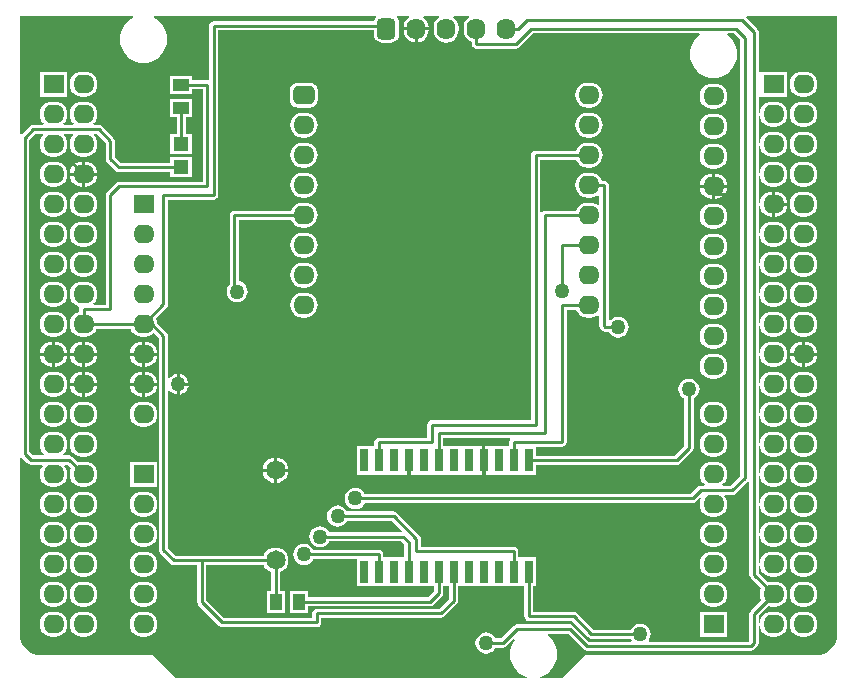
<source format=gtl>
G04*
G04 #@! TF.GenerationSoftware,Altium Limited,Altium Designer,18.1.6 (161)*
G04*
G04 Layer_Physical_Order=1*
G04 Layer_Color=255*
%FSTAX24Y24*%
%MOIN*%
G70*
G01*
G75*
%ADD10C,0.0100*%
%ADD14R,0.0413X0.0531*%
%ADD15R,0.0531X0.0413*%
%ADD16R,0.0512X0.0472*%
%ADD30O,0.0709X0.0630*%
%ADD31R,0.0709X0.0630*%
G04:AMPARAMS|DCode=32|XSize=63mil|YSize=70.9mil|CornerRadius=15.7mil|HoleSize=0mil|Usage=FLASHONLY|Rotation=0.000|XOffset=0mil|YOffset=0mil|HoleType=Round|Shape=RoundedRectangle|*
%AMROUNDEDRECTD32*
21,1,0.0630,0.0394,0,0,0.0*
21,1,0.0315,0.0709,0,0,0.0*
1,1,0.0315,0.0157,-0.0197*
1,1,0.0315,-0.0157,-0.0197*
1,1,0.0315,-0.0157,0.0197*
1,1,0.0315,0.0157,0.0197*
%
%ADD32ROUNDEDRECTD32*%
%ADD33O,0.0630X0.0709*%
G04:AMPARAMS|DCode=34|XSize=63mil|YSize=70.9mil|CornerRadius=15.7mil|HoleSize=0mil|Usage=FLASHONLY|Rotation=270.000|XOffset=0mil|YOffset=0mil|HoleType=Round|Shape=RoundedRectangle|*
%AMROUNDEDRECTD34*
21,1,0.0630,0.0394,0,0,270.0*
21,1,0.0315,0.0709,0,0,270.0*
1,1,0.0315,-0.0197,-0.0157*
1,1,0.0315,-0.0197,0.0157*
1,1,0.0315,0.0197,0.0157*
1,1,0.0315,0.0197,-0.0157*
%
%ADD34ROUNDEDRECTD34*%
%ADD35O,0.0709X0.0630*%
%ADD36R,0.0256X0.0758*%
%ADD37C,0.0650*%
%ADD38C,0.0500*%
G36*
X045139Y041425D02*
X045078Y041379D01*
X045012Y041292D01*
X04497Y041191D01*
X044955Y041083D01*
Y041004D01*
X04497Y040896D01*
X045012Y040795D01*
X045078Y040708D01*
X045165Y040641D01*
X045221Y040618D01*
Y040539D01*
X045233Y04048D01*
X045266Y040431D01*
X045315Y040398D01*
X045374Y040386D01*
X046693D01*
X046751Y040398D01*
X046801Y040431D01*
X04726Y04089D01*
X052802D01*
X05282Y04084D01*
X052719Y040757D01*
X05262Y040637D01*
X052547Y0405D01*
X052502Y040352D01*
X052487Y040197D01*
X052502Y040042D01*
X052547Y039893D01*
X05262Y039756D01*
X052719Y039636D01*
X052839Y039538D01*
X052976Y039464D01*
X053125Y039419D01*
X05328Y039404D01*
X053434Y039419D01*
X053583Y039464D01*
X05372Y039538D01*
X05384Y039636D01*
X053939Y039756D01*
X054012Y039893D01*
X054057Y040042D01*
X054072Y040197D01*
X054057Y040352D01*
X054012Y0405D01*
X053939Y040637D01*
X05384Y040757D01*
X053739Y04084D01*
X053757Y04089D01*
X053972D01*
X054178Y040685D01*
X054178Y026146D01*
X053846Y025815D01*
X053585D01*
X053568Y025865D01*
X053615Y025901D01*
X053681Y025988D01*
X053723Y026089D01*
X053737Y026197D01*
X053723Y026305D01*
X053681Y026406D01*
X053615Y026493D01*
X053528Y026559D01*
X053427Y026601D01*
X053319Y026615D01*
X05324D01*
X053132Y026601D01*
X053031Y026559D01*
X052944Y026493D01*
X052878Y026406D01*
X052836Y026305D01*
X052822Y026197D01*
X052836Y026089D01*
X052878Y025988D01*
X052944Y025901D01*
X052991Y025865D01*
X052974Y025815D01*
X052851D01*
X052792Y025803D01*
X052743Y02577D01*
X052519Y025547D01*
X041654D01*
X041644Y02557D01*
X041588Y025643D01*
X041515Y025699D01*
X04143Y025735D01*
X041339Y025747D01*
X041247Y025735D01*
X041162Y025699D01*
X041089Y025643D01*
X041033Y02557D01*
X040998Y025485D01*
X040986Y025394D01*
X040998Y025302D01*
X041033Y025217D01*
X041089Y025144D01*
X041162Y025088D01*
X041247Y025053D01*
X041339Y025041D01*
X04143Y025053D01*
X041515Y025088D01*
X041588Y025144D01*
X041644Y025217D01*
X041654Y025241D01*
X052583D01*
X052641Y025252D01*
X052691Y025286D01*
X052837Y025431D01*
X052878Y025406D01*
X052836Y025305D01*
X052822Y025197D01*
X052836Y025089D01*
X052878Y024988D01*
X052944Y024901D01*
X053031Y024834D01*
X053132Y024793D01*
X05324Y024778D01*
X053319D01*
X053427Y024793D01*
X053528Y024834D01*
X053615Y024901D01*
X053681Y024988D01*
X053723Y025089D01*
X053737Y025197D01*
X053723Y025305D01*
X053681Y025406D01*
X053641Y025459D01*
X053666Y025509D01*
X05391D01*
X053968Y025521D01*
X054018Y025554D01*
X054423Y025959D01*
X054473Y025938D01*
Y02285D01*
X054485Y022792D01*
X054518Y022742D01*
X054871Y022389D01*
X054836Y022305D01*
X054822Y022197D01*
X054836Y022089D01*
X054871Y022004D01*
X054518Y021651D01*
X054485Y021602D01*
X054473Y021543D01*
Y020634D01*
X054458Y020619D01*
X05114D01*
X051118Y020664D01*
X051137Y02069D01*
X051173Y020775D01*
X051185Y020866D01*
X051173Y020958D01*
X051137Y021043D01*
X051081Y021116D01*
X051008Y021172D01*
X050923Y021207D01*
X050832Y021219D01*
X05074Y021207D01*
X050655Y021172D01*
X050582Y021116D01*
X050526Y021043D01*
X050516Y021019D01*
X049269D01*
X048724Y021565D01*
X048674Y021598D01*
X048615Y02161D01*
X047277D01*
Y022469D01*
X047352D01*
Y023427D01*
X046902D01*
X046896Y023427D01*
X046852D01*
X046846Y023427D01*
X046777D01*
Y023622D01*
X046765Y023681D01*
X046732Y02373D01*
X046683Y023763D01*
X046624Y023775D01*
X043527D01*
Y024047D01*
X043515Y024106D01*
X043482Y024155D01*
X042726Y024911D01*
X042677Y024944D01*
X042618Y024956D01*
X041064D01*
X041054Y02498D01*
X040998Y025053D01*
X040925Y025109D01*
X040839Y025144D01*
X040748Y025156D01*
X040657Y025144D01*
X040572Y025109D01*
X040498Y025053D01*
X040442Y02498D01*
X040407Y024895D01*
X040395Y024803D01*
X040407Y024712D01*
X040442Y024627D01*
X040498Y024554D01*
X040572Y024497D01*
X040657Y024462D01*
X040748Y02445D01*
X040839Y024462D01*
X040925Y024497D01*
X040998Y024554D01*
X041054Y024627D01*
X041064Y02465D01*
X042555D01*
X042888Y024317D01*
X042867Y024267D01*
X040473D01*
X040463Y024291D01*
X040407Y024364D01*
X040334Y02442D01*
X040249Y024455D01*
X040157Y024467D01*
X040066Y024455D01*
X039981Y02442D01*
X039908Y024364D01*
X039852Y024291D01*
X039816Y024206D01*
X039804Y024114D01*
X039816Y024023D01*
X039852Y023938D01*
X039908Y023865D01*
X039981Y023808D01*
X040066Y023773D01*
X040157Y023761D01*
X040249Y023773D01*
X040334Y023808D01*
X040407Y023865D01*
X040463Y023938D01*
X040473Y023961D01*
X04287D01*
X042971Y02386D01*
Y023427D01*
X042902D01*
X042896Y023427D01*
X042852D01*
X042846Y023427D01*
X042402D01*
X042396Y023427D01*
X042352D01*
X042346Y023427D01*
X042277D01*
Y023524D01*
X042265Y023582D01*
X042232Y023632D01*
X042183Y023665D01*
X042124Y023677D01*
X039939D01*
X03993Y0237D01*
X039874Y023773D01*
X039801Y023829D01*
X039715Y023865D01*
X039624Y023877D01*
X039533Y023865D01*
X039448Y023829D01*
X039374Y023773D01*
X039318Y0237D01*
X039283Y023615D01*
X039271Y023524D01*
X039283Y023432D01*
X039318Y023347D01*
X039374Y023274D01*
X039448Y023218D01*
X039533Y023183D01*
X039624Y023171D01*
X039715Y023183D01*
X039801Y023218D01*
X039874Y023274D01*
X03993Y023347D01*
X039939Y023371D01*
X041396D01*
Y022469D01*
X041852D01*
Y022469D01*
X041896D01*
Y022469D01*
X042346D01*
X042352Y022469D01*
X042396D01*
X042402Y022469D01*
X042846D01*
X042852Y022469D01*
X042896D01*
X042902Y022469D01*
X043346D01*
X043352Y022469D01*
X043396D01*
X043402Y022469D01*
X043846D01*
X043852Y022469D01*
X043896D01*
X043902Y022469D01*
X043971D01*
Y022307D01*
X043765Y022102D01*
X039765D01*
Y022315D01*
X039152D01*
Y021583D01*
X039765D01*
Y021796D01*
X043829D01*
X043887Y021808D01*
X043937Y021841D01*
X044232Y022136D01*
X044265Y022186D01*
X044277Y022244D01*
Y022469D01*
X044346D01*
X044352Y022469D01*
X044396D01*
X044402Y022469D01*
X044471D01*
Y02205D01*
X044139Y021718D01*
X040059D01*
X040001Y021706D01*
X039951Y021673D01*
X039918Y021623D01*
X039906Y021565D01*
Y021413D01*
X036973D01*
X036373Y022012D01*
Y023174D01*
X038284D01*
X03831Y023112D01*
X038378Y023024D01*
X038467Y022956D01*
X038528Y02293D01*
Y022315D01*
X038384D01*
Y021583D01*
X038998D01*
Y022315D01*
X038834D01*
Y02293D01*
X038895Y022956D01*
X038984Y023024D01*
X039052Y023112D01*
X039095Y023216D01*
X03911Y023327D01*
X039095Y023438D01*
X039052Y023541D01*
X038984Y02363D01*
X038895Y023698D01*
X038792Y023741D01*
X038681Y023755D01*
X03857Y023741D01*
X038467Y023698D01*
X038378Y02363D01*
X03831Y023541D01*
X038284Y02348D01*
X035363D01*
X035094Y023748D01*
Y028982D01*
X035144Y028999D01*
X035183Y028947D01*
X035257Y028891D01*
X035342Y028856D01*
X035383Y02885D01*
Y029197D01*
Y029543D01*
X035342Y029538D01*
X035257Y029503D01*
X035183Y029446D01*
X035144Y029395D01*
X035094Y029412D01*
Y030807D01*
X035082Y030866D01*
X035049Y030915D01*
X034733Y031231D01*
X034723Y031305D01*
X034688Y031389D01*
X035049Y03175D01*
X035082Y0318D01*
X035094Y031858D01*
Y035353D01*
X036614D01*
X036673Y035365D01*
X036722Y035398D01*
X036755Y035447D01*
X036767Y035506D01*
Y040989D01*
X041957D01*
Y040846D01*
X041966Y040779D01*
X041992Y040717D01*
X042033Y040663D01*
X042087Y040622D01*
X042149Y040596D01*
X042217Y040587D01*
X042531D01*
X042599Y040596D01*
X042661Y040622D01*
X042715Y040663D01*
X042756Y040717D01*
X042782Y040779D01*
X042791Y040846D01*
Y04124D01*
X042782Y041307D01*
X042756Y04137D01*
X042715Y041424D01*
X042713Y041425D01*
X04273Y041475D01*
X043122D01*
X043139Y041425D01*
X043078Y041379D01*
X043012Y041292D01*
X04297Y041191D01*
X042957Y041093D01*
X043791D01*
X043778Y041191D01*
X043736Y041292D01*
X04367Y041379D01*
X043609Y041425D01*
X043626Y041475D01*
X044122D01*
X044139Y041425D01*
X044078Y041379D01*
X044012Y041292D01*
X04397Y041191D01*
X043955Y041083D01*
Y041004D01*
X04397Y040896D01*
X044012Y040795D01*
X044078Y040708D01*
X044165Y040641D01*
X044266Y0406D01*
X044374Y040585D01*
X044482Y0406D01*
X044583Y040641D01*
X04467Y040708D01*
X044736Y040795D01*
X044778Y040896D01*
X044793Y041004D01*
Y041083D01*
X044778Y041191D01*
X044736Y041292D01*
X04467Y041379D01*
X044609Y041425D01*
X044626Y041475D01*
X045122D01*
X045139Y041425D01*
D02*
G37*
G36*
X042035D02*
X042033Y041424D01*
X041992Y04137D01*
X041966Y041307D01*
X041964Y041295D01*
X036614D01*
X036556Y041283D01*
X036506Y04125D01*
X036473Y0412D01*
X036461Y041142D01*
Y039362D01*
X036423Y03933D01*
X036411Y039332D01*
X035897D01*
Y039486D01*
X035166D01*
Y038872D01*
X035897D01*
Y039026D01*
X036258D01*
Y035954D01*
X033465D01*
X033406Y035942D01*
X033356Y035909D01*
X033061Y035614D01*
X033028Y035564D01*
X033016Y035506D01*
Y031846D01*
X032621D01*
X032605Y031893D01*
X032615Y031901D01*
X032681Y031988D01*
X032723Y032089D01*
X032737Y032197D01*
X032723Y032305D01*
X032681Y032406D01*
X032615Y032493D01*
X032528Y032559D01*
X032427Y032601D01*
X032319Y032615D01*
X03224D01*
X032132Y032601D01*
X032031Y032559D01*
X031944Y032493D01*
X031878Y032406D01*
X031836Y032305D01*
X031822Y032197D01*
X031836Y032089D01*
X031878Y031988D01*
X031944Y031901D01*
X032031Y031834D01*
X032111Y031801D01*
X032135Y031758D01*
X032136Y031742D01*
X032127Y031693D01*
Y031599D01*
X032031Y031559D01*
X031944Y031493D01*
X031878Y031406D01*
X031836Y031305D01*
X031822Y031197D01*
X031836Y031089D01*
X031878Y030988D01*
X031944Y030901D01*
X032031Y030834D01*
X032132Y030793D01*
X03224Y030778D01*
X032319D01*
X032427Y030793D01*
X032528Y030834D01*
X032615Y030901D01*
X032681Y030988D01*
X032705Y031044D01*
X033854D01*
X033878Y030988D01*
X033944Y030901D01*
X034031Y030834D01*
X034132Y030793D01*
X03424Y030778D01*
X034319D01*
X034427Y030793D01*
X034528Y030834D01*
X034615Y030901D01*
X03463Y030902D01*
X034788Y030744D01*
Y023685D01*
X0348Y023627D01*
X034833Y023577D01*
X035191Y023219D01*
X035241Y023185D01*
X035299Y023174D01*
X036068D01*
Y021949D01*
X036079Y02189D01*
X036112Y021841D01*
X036801Y021152D01*
X036851Y021119D01*
X036909Y021107D01*
X040059D01*
X040118Y021119D01*
X040167Y021152D01*
X0402Y021201D01*
X040212Y02126D01*
Y021412D01*
X044203D01*
X044261Y021424D01*
X044311Y021457D01*
X044732Y021878D01*
X044765Y021928D01*
X044777Y021986D01*
Y022469D01*
X044846D01*
X044852Y022469D01*
X044896D01*
X044902Y022469D01*
X045346D01*
X045352Y022469D01*
X045396D01*
X045402Y022469D01*
X045846D01*
X045852Y022469D01*
X045896D01*
X045902Y022469D01*
X046346D01*
X046352Y022469D01*
X046396D01*
X046402Y022469D01*
X046846D01*
X046852Y022469D01*
X046896D01*
X046902Y022469D01*
X046971D01*
Y021457D01*
X046983Y021398D01*
X047016Y021349D01*
X047065Y021315D01*
X047124Y021304D01*
X048552D01*
X049098Y020758D01*
X049147Y020725D01*
X049206Y020713D01*
X050516D01*
X050526Y02069D01*
X050546Y020664D01*
X050524Y020619D01*
X049129D01*
X048605Y021144D01*
X048555Y021177D01*
X048496Y021189D01*
X046725D01*
X046666Y021177D01*
X046617Y021144D01*
X046196Y020724D01*
X046012D01*
X046002Y020747D01*
X045946Y02082D01*
X045873Y020877D01*
X045788Y020912D01*
X045696Y020924D01*
X045605Y020912D01*
X04552Y020877D01*
X045447Y02082D01*
X045391Y020747D01*
X045355Y020662D01*
X045343Y020571D01*
X045355Y02048D01*
X045391Y020394D01*
X045447Y020321D01*
X04552Y020265D01*
X045605Y02023D01*
X045696Y020218D01*
X045788Y02023D01*
X045873Y020265D01*
X045946Y020321D01*
X046002Y020394D01*
X046012Y020418D01*
X04626D01*
X046318Y02043D01*
X046368Y020463D01*
X046616Y02071D01*
X046653Y020677D01*
X04662Y020637D01*
X046547Y0205D01*
X046502Y020352D01*
X046487Y020197D01*
X046502Y020042D01*
X046547Y019893D01*
X04662Y019756D01*
X046719Y019636D01*
X046839Y019538D01*
X046976Y019464D01*
X047053Y019441D01*
X047046Y019391D01*
X035373D01*
X034638Y020126D01*
X03458Y020165D01*
X034512Y020178D01*
X03075D01*
X03074Y020176D01*
X030601Y020195D01*
X030523Y020227D01*
X030227Y020523D01*
X030195Y020601D01*
X030176Y02074D01*
X030178Y02075D01*
Y026728D01*
X030228Y026749D01*
X030412Y026565D01*
X030462Y026532D01*
X03052Y02652D01*
X030902D01*
X030927Y02647D01*
X030878Y026406D01*
X030836Y026305D01*
X030822Y026197D01*
X030836Y026089D01*
X030878Y025988D01*
X030944Y025901D01*
X031031Y025834D01*
X031132Y025793D01*
X03124Y025778D01*
X031319D01*
X031427Y025793D01*
X031528Y025834D01*
X031615Y025901D01*
X031681Y025988D01*
X031723Y026089D01*
X031737Y026197D01*
X031723Y026305D01*
X031681Y026406D01*
X031632Y02647D01*
X031657Y02652D01*
X03174D01*
X031871Y026389D01*
X031836Y026305D01*
X031822Y026197D01*
X031836Y026089D01*
X031878Y025988D01*
X031944Y025901D01*
X032031Y025834D01*
X032132Y025793D01*
X03224Y025778D01*
X032319D01*
X032427Y025793D01*
X032528Y025834D01*
X032615Y025901D01*
X032681Y025988D01*
X032723Y026089D01*
X032737Y026197D01*
X032723Y026305D01*
X032681Y026406D01*
X032615Y026493D01*
X032528Y026559D01*
X032427Y026601D01*
X032319Y026615D01*
X03224D01*
X032132Y026601D01*
X032103Y026589D01*
X031911Y026781D01*
X031862Y026815D01*
X031803Y026826D01*
X0316D01*
X031583Y026876D01*
X031615Y026901D01*
X031681Y026988D01*
X031723Y027089D01*
X031737Y027197D01*
X031723Y027305D01*
X031681Y027406D01*
X031615Y027493D01*
X031528Y027559D01*
X031427Y027601D01*
X031319Y027615D01*
X03124D01*
X031132Y027601D01*
X031031Y027559D01*
X030944Y027493D01*
X030878Y027406D01*
X030836Y027305D01*
X030822Y027197D01*
X030836Y027089D01*
X030878Y026988D01*
X030944Y026901D01*
X030976Y026876D01*
X030959Y026826D01*
X030584D01*
X030468Y026942D01*
Y037338D01*
X030674Y037544D01*
X030933D01*
X030949Y037497D01*
X030944Y037493D01*
X030878Y037406D01*
X030836Y037305D01*
X030822Y037197D01*
X030836Y037089D01*
X030878Y036988D01*
X030944Y036901D01*
X031031Y036834D01*
X031132Y036793D01*
X03124Y036778D01*
X031319D01*
X031427Y036793D01*
X031528Y036834D01*
X031615Y036901D01*
X031681Y036988D01*
X031723Y037089D01*
X031737Y037197D01*
X031723Y037305D01*
X031681Y037406D01*
X031615Y037493D01*
X03161Y037497D01*
X031626Y037544D01*
X031933D01*
X031949Y037497D01*
X031944Y037493D01*
X031878Y037406D01*
X031836Y037305D01*
X031822Y037197D01*
X031836Y037089D01*
X031878Y036988D01*
X031944Y036901D01*
X032031Y036834D01*
X032132Y036793D01*
X03224Y036778D01*
X032319D01*
X032427Y036793D01*
X032528Y036834D01*
X032615Y036901D01*
X032681Y036988D01*
X032723Y037089D01*
X032737Y037197D01*
X032723Y037305D01*
X032681Y037406D01*
X032615Y037493D01*
X03261Y037497D01*
X032626Y037544D01*
X032721D01*
X033016Y037248D01*
Y036713D01*
X033028Y036654D01*
X033061Y036604D01*
X033347Y036319D01*
X033396Y036286D01*
X033455Y036274D01*
X035176D01*
Y036091D01*
X035887D01*
Y036763D01*
X035176D01*
Y03658D01*
X033518D01*
X033322Y036776D01*
Y037312D01*
X033311Y03737D01*
X033277Y03742D01*
X032892Y037805D01*
X032843Y037838D01*
X032784Y03785D01*
X032626D01*
X03261Y037897D01*
X032615Y037901D01*
X032681Y037988D01*
X032723Y038089D01*
X032737Y038197D01*
X032723Y038305D01*
X032681Y038406D01*
X032615Y038493D01*
X032528Y038559D01*
X032427Y038601D01*
X032319Y038615D01*
X03224D01*
X032132Y038601D01*
X032031Y038559D01*
X031944Y038493D01*
X031878Y038406D01*
X031836Y038305D01*
X031822Y038197D01*
X031836Y038089D01*
X031878Y037988D01*
X031944Y037901D01*
X031949Y037897D01*
X031933Y03785D01*
X031626D01*
X03161Y037897D01*
X031615Y037901D01*
X031681Y037988D01*
X031723Y038089D01*
X031737Y038197D01*
X031723Y038305D01*
X031681Y038406D01*
X031615Y038493D01*
X031528Y038559D01*
X031427Y038601D01*
X031319Y038615D01*
X03124D01*
X031132Y038601D01*
X031031Y038559D01*
X030944Y038493D01*
X030878Y038406D01*
X030836Y038305D01*
X030822Y038197D01*
X030836Y038089D01*
X030878Y037988D01*
X030944Y037901D01*
X030949Y037897D01*
X030933Y03785D01*
X03061D01*
X030552Y037838D01*
X030502Y037805D01*
X030228Y037531D01*
X030178Y037552D01*
Y041475D01*
X033931D01*
X033938Y041466D01*
X033926Y041402D01*
X033839Y041356D01*
X033719Y041257D01*
X03362Y041137D01*
X033547Y041D01*
X033502Y040852D01*
X033487Y040697D01*
X033502Y040542D01*
X033547Y040393D01*
X03362Y040256D01*
X033719Y040136D01*
X033839Y040038D01*
X033976Y039964D01*
X034125Y039919D01*
X03428Y039904D01*
X034434Y039919D01*
X034583Y039964D01*
X03472Y040038D01*
X03484Y040136D01*
X034939Y040256D01*
X035012Y040393D01*
X035057Y040542D01*
X035072Y040697D01*
X035057Y040852D01*
X035012Y041D01*
X034939Y041137D01*
X03484Y041257D01*
X03472Y041356D01*
X034633Y041402D01*
X034621Y041466D01*
X034628Y041475D01*
X042018D01*
X042035Y041425D01*
D02*
G37*
G36*
X057381Y02075D02*
X057383Y02074D01*
X057364Y020601D01*
X057332Y020523D01*
X057036Y020227D01*
X056958Y020195D01*
X056819Y020176D01*
X056809Y020178D01*
X049079D01*
X049079Y020178D01*
X04901Y020165D01*
X048953Y020126D01*
X048953Y020126D01*
X048217Y019391D01*
X047513D01*
X047506Y019441D01*
X047583Y019464D01*
X04772Y019538D01*
X04784Y019636D01*
X047939Y019756D01*
X048012Y019893D01*
X048057Y020042D01*
X048072Y020197D01*
X048057Y020352D01*
X048012Y0205D01*
X047939Y020637D01*
X04784Y020757D01*
X047748Y020833D01*
X047766Y020883D01*
X048433D01*
X048958Y020358D01*
X049008Y020325D01*
X049066Y020313D01*
X054521D01*
X05458Y020325D01*
X054629Y020358D01*
X054734Y020463D01*
X054767Y020512D01*
X054779Y020571D01*
Y021138D01*
X054829Y021141D01*
X054836Y021089D01*
X054878Y020988D01*
X054944Y020901D01*
X055031Y020834D01*
X055132Y020793D01*
X05524Y020778D01*
X055319D01*
X055427Y020793D01*
X055528Y020834D01*
X055615Y020901D01*
X055681Y020988D01*
X055723Y021089D01*
X055737Y021197D01*
X055723Y021305D01*
X055681Y021406D01*
X055615Y021493D01*
X055528Y021559D01*
X055427Y021601D01*
X055319Y021615D01*
X05524D01*
X055132Y021601D01*
X055031Y021559D01*
X054944Y021493D01*
X054878Y021406D01*
X054836Y021305D01*
X054829Y021252D01*
X054779Y021256D01*
Y02148D01*
X055103Y021804D01*
X055132Y021793D01*
X05524Y021778D01*
X055319D01*
X055427Y021793D01*
X055528Y021834D01*
X055615Y021901D01*
X055681Y021988D01*
X055723Y022089D01*
X055737Y022197D01*
X055723Y022305D01*
X055681Y022406D01*
X055615Y022493D01*
X055528Y022559D01*
X055427Y022601D01*
X055319Y022615D01*
X05524D01*
X055132Y022601D01*
X055103Y022589D01*
X054779Y022914D01*
Y023138D01*
X054829Y023141D01*
X054836Y023089D01*
X054878Y022988D01*
X054944Y022901D01*
X055031Y022834D01*
X055132Y022793D01*
X05524Y022778D01*
X055319D01*
X055427Y022793D01*
X055528Y022834D01*
X055615Y022901D01*
X055681Y022988D01*
X055723Y023089D01*
X055737Y023197D01*
X055723Y023305D01*
X055681Y023406D01*
X055615Y023493D01*
X055528Y023559D01*
X055427Y023601D01*
X055319Y023615D01*
X05524D01*
X055132Y023601D01*
X055031Y023559D01*
X054944Y023493D01*
X054878Y023406D01*
X054836Y023305D01*
X054829Y023252D01*
X054779Y023256D01*
Y024138D01*
X054829Y024141D01*
X054836Y024089D01*
X054878Y023988D01*
X054944Y023901D01*
X055031Y023834D01*
X055132Y023793D01*
X05524Y023778D01*
X055319D01*
X055427Y023793D01*
X055528Y023834D01*
X055615Y023901D01*
X055681Y023988D01*
X055723Y024089D01*
X055737Y024197D01*
X055723Y024305D01*
X055681Y024406D01*
X055615Y024493D01*
X055528Y024559D01*
X055427Y024601D01*
X055319Y024615D01*
X05524D01*
X055132Y024601D01*
X055031Y024559D01*
X054944Y024493D01*
X054878Y024406D01*
X054836Y024305D01*
X054829Y024252D01*
X054779Y024256D01*
Y025138D01*
X054829Y025141D01*
X054836Y025089D01*
X054878Y024988D01*
X054944Y024901D01*
X055031Y024834D01*
X055132Y024793D01*
X05524Y024778D01*
X055319D01*
X055427Y024793D01*
X055528Y024834D01*
X055615Y024901D01*
X055681Y024988D01*
X055723Y025089D01*
X055737Y025197D01*
X055723Y025305D01*
X055681Y025406D01*
X055615Y025493D01*
X055528Y025559D01*
X055427Y025601D01*
X055319Y025615D01*
X05524D01*
X055132Y025601D01*
X055031Y025559D01*
X054944Y025493D01*
X054878Y025406D01*
X054836Y025305D01*
X054829Y025252D01*
X054779Y025256D01*
Y026138D01*
X054829Y026141D01*
X054836Y026089D01*
X054878Y025988D01*
X054944Y025901D01*
X055031Y025834D01*
X055132Y025793D01*
X05524Y025778D01*
X055319D01*
X055427Y025793D01*
X055528Y025834D01*
X055615Y025901D01*
X055681Y025988D01*
X055723Y026089D01*
X055737Y026197D01*
X055723Y026305D01*
X055681Y026406D01*
X055615Y026493D01*
X055528Y026559D01*
X055427Y026601D01*
X055319Y026615D01*
X05524D01*
X055132Y026601D01*
X055031Y026559D01*
X054944Y026493D01*
X054878Y026406D01*
X054836Y026305D01*
X054829Y026252D01*
X054779Y026256D01*
Y027138D01*
X054829Y027141D01*
X054836Y027089D01*
X054878Y026988D01*
X054944Y026901D01*
X055031Y026834D01*
X055132Y026793D01*
X05524Y026778D01*
X055319D01*
X055427Y026793D01*
X055528Y026834D01*
X055615Y026901D01*
X055681Y026988D01*
X055723Y027089D01*
X055737Y027197D01*
X055723Y027305D01*
X055681Y027406D01*
X055615Y027493D01*
X055528Y027559D01*
X055427Y027601D01*
X055319Y027615D01*
X05524D01*
X055132Y027601D01*
X055031Y027559D01*
X054944Y027493D01*
X054878Y027406D01*
X054836Y027305D01*
X054829Y027252D01*
X054779Y027256D01*
Y028138D01*
X054829Y028141D01*
X054836Y028089D01*
X054878Y027988D01*
X054944Y027901D01*
X055031Y027834D01*
X055132Y027793D01*
X05524Y027778D01*
X055319D01*
X055427Y027793D01*
X055528Y027834D01*
X055615Y027901D01*
X055681Y027988D01*
X055723Y028089D01*
X055737Y028197D01*
X055723Y028305D01*
X055681Y028406D01*
X055615Y028493D01*
X055528Y028559D01*
X055427Y028601D01*
X055319Y028615D01*
X05524D01*
X055132Y028601D01*
X055031Y028559D01*
X054944Y028493D01*
X054878Y028406D01*
X054836Y028305D01*
X054829Y028252D01*
X054779Y028256D01*
Y029138D01*
X054829Y029141D01*
X054836Y029089D01*
X054878Y028988D01*
X054944Y028901D01*
X055031Y028834D01*
X055132Y028793D01*
X05524Y028778D01*
X055319D01*
X055427Y028793D01*
X055528Y028834D01*
X055615Y028901D01*
X055681Y028988D01*
X055723Y029089D01*
X055737Y029197D01*
X055723Y029305D01*
X055681Y029406D01*
X055615Y029493D01*
X055528Y029559D01*
X055427Y029601D01*
X055319Y029615D01*
X05524D01*
X055132Y029601D01*
X055031Y029559D01*
X054944Y029493D01*
X054878Y029406D01*
X054836Y029305D01*
X054829Y029252D01*
X054779Y029256D01*
Y030138D01*
X054829Y030141D01*
X054836Y030089D01*
X054878Y029988D01*
X054944Y029901D01*
X055031Y029834D01*
X055132Y029793D01*
X05524Y029778D01*
X055319D01*
X055427Y029793D01*
X055528Y029834D01*
X055615Y029901D01*
X055681Y029988D01*
X055723Y030089D01*
X055737Y030197D01*
X055723Y030305D01*
X055681Y030406D01*
X055615Y030493D01*
X055528Y030559D01*
X055427Y030601D01*
X055319Y030615D01*
X05524D01*
X055132Y030601D01*
X055031Y030559D01*
X054944Y030493D01*
X054878Y030406D01*
X054836Y030305D01*
X054829Y030252D01*
X054779Y030256D01*
Y031138D01*
X054829Y031141D01*
X054836Y031089D01*
X054878Y030988D01*
X054944Y030901D01*
X055031Y030834D01*
X055132Y030793D01*
X05524Y030778D01*
X055319D01*
X055427Y030793D01*
X055528Y030834D01*
X055615Y030901D01*
X055681Y030988D01*
X055723Y031089D01*
X055737Y031197D01*
X055723Y031305D01*
X055681Y031406D01*
X055615Y031493D01*
X055528Y031559D01*
X055427Y031601D01*
X055319Y031615D01*
X05524D01*
X055132Y031601D01*
X055031Y031559D01*
X054944Y031493D01*
X054878Y031406D01*
X054836Y031305D01*
X054829Y031252D01*
X054779Y031256D01*
Y032138D01*
X054829Y032141D01*
X054836Y032089D01*
X054878Y031988D01*
X054944Y031901D01*
X055031Y031834D01*
X055132Y031793D01*
X05524Y031778D01*
X055319D01*
X055427Y031793D01*
X055528Y031834D01*
X055615Y031901D01*
X055681Y031988D01*
X055723Y032089D01*
X055737Y032197D01*
X055723Y032305D01*
X055681Y032406D01*
X055615Y032493D01*
X055528Y032559D01*
X055427Y032601D01*
X055319Y032615D01*
X05524D01*
X055132Y032601D01*
X055031Y032559D01*
X054944Y032493D01*
X054878Y032406D01*
X054836Y032305D01*
X054829Y032252D01*
X054779Y032256D01*
Y033138D01*
X054829Y033141D01*
X054836Y033089D01*
X054878Y032988D01*
X054944Y032901D01*
X055031Y032834D01*
X055132Y032793D01*
X05524Y032778D01*
X055319D01*
X055427Y032793D01*
X055528Y032834D01*
X055615Y032901D01*
X055681Y032988D01*
X055723Y033089D01*
X055737Y033197D01*
X055723Y033305D01*
X055681Y033406D01*
X055615Y033493D01*
X055528Y033559D01*
X055427Y033601D01*
X055319Y033615D01*
X05524D01*
X055132Y033601D01*
X055031Y033559D01*
X054944Y033493D01*
X054878Y033406D01*
X054836Y033305D01*
X054829Y033252D01*
X054779Y033256D01*
Y034138D01*
X054829Y034141D01*
X054836Y034089D01*
X054878Y033988D01*
X054944Y033901D01*
X055031Y033834D01*
X055132Y033793D01*
X05524Y033778D01*
X055319D01*
X055427Y033793D01*
X055528Y033834D01*
X055615Y033901D01*
X055681Y033988D01*
X055723Y034089D01*
X055737Y034197D01*
X055723Y034305D01*
X055681Y034406D01*
X055615Y034493D01*
X055528Y034559D01*
X055427Y034601D01*
X055319Y034615D01*
X05524D01*
X055132Y034601D01*
X055031Y034559D01*
X054944Y034493D01*
X054878Y034406D01*
X054836Y034305D01*
X054829Y034252D01*
X054779Y034256D01*
Y035138D01*
X054829Y035141D01*
X054836Y035089D01*
X054878Y034988D01*
X054944Y034901D01*
X055031Y034834D01*
X055132Y034793D01*
X05523Y03478D01*
Y035197D01*
Y035614D01*
X055132Y035601D01*
X055031Y035559D01*
X054944Y035493D01*
X054878Y035406D01*
X054836Y035305D01*
X054829Y035252D01*
X054779Y035256D01*
Y036138D01*
X054829Y036141D01*
X054836Y036089D01*
X054878Y035988D01*
X054944Y035901D01*
X055031Y035834D01*
X055132Y035793D01*
X05524Y035778D01*
X055319D01*
X055427Y035793D01*
X055528Y035834D01*
X055615Y035901D01*
X055681Y035988D01*
X055723Y036089D01*
X055737Y036197D01*
X055723Y036305D01*
X055681Y036406D01*
X055615Y036493D01*
X055528Y036559D01*
X055427Y036601D01*
X055319Y036615D01*
X05524D01*
X055132Y036601D01*
X055031Y036559D01*
X054944Y036493D01*
X054878Y036406D01*
X054836Y036305D01*
X054829Y036252D01*
X054779Y036256D01*
Y037138D01*
X054829Y037141D01*
X054836Y037089D01*
X054878Y036988D01*
X054944Y036901D01*
X055031Y036834D01*
X055132Y036793D01*
X05524Y036778D01*
X055319D01*
X055427Y036793D01*
X055528Y036834D01*
X055615Y036901D01*
X055681Y036988D01*
X055723Y037089D01*
X055737Y037197D01*
X055723Y037305D01*
X055681Y037406D01*
X055615Y037493D01*
X055528Y037559D01*
X055427Y037601D01*
X055319Y037615D01*
X05524D01*
X055132Y037601D01*
X055031Y037559D01*
X054944Y037493D01*
X054878Y037406D01*
X054836Y037305D01*
X054829Y037252D01*
X054779Y037256D01*
Y038138D01*
X054829Y038141D01*
X054836Y038089D01*
X054878Y037988D01*
X054944Y037901D01*
X055031Y037834D01*
X055132Y037793D01*
X05524Y037778D01*
X055319D01*
X055427Y037793D01*
X055528Y037834D01*
X055615Y037901D01*
X055681Y037988D01*
X055723Y038089D01*
X055737Y038197D01*
X055723Y038305D01*
X055681Y038406D01*
X055615Y038493D01*
X055528Y038559D01*
X055427Y038601D01*
X055319Y038615D01*
X05524D01*
X055132Y038601D01*
X055031Y038559D01*
X054944Y038493D01*
X054878Y038406D01*
X054836Y038305D01*
X054829Y038252D01*
X054779Y038256D01*
Y038773D01*
X054825Y038782D01*
X054829Y038782D01*
X055734D01*
Y039612D01*
X054829D01*
X054825Y039612D01*
X054779Y039621D01*
Y040945D01*
X054767Y041003D01*
X054734Y041053D01*
X054362Y041425D01*
X054383Y041475D01*
X057381D01*
Y02075D01*
D02*
G37*
%LPC*%
G36*
X043791Y040993D02*
X043424D01*
Y040592D01*
X043482Y0406D01*
X043583Y040641D01*
X04367Y040708D01*
X043736Y040795D01*
X043778Y040896D01*
X043791Y040993D01*
D02*
G37*
G36*
X043324D02*
X042957D01*
X04297Y040896D01*
X043012Y040795D01*
X043078Y040708D01*
X043165Y040641D01*
X043266Y0406D01*
X043324Y040592D01*
Y040993D01*
D02*
G37*
G36*
X039821Y039252D02*
X039427D01*
X03936Y039243D01*
X039297Y039217D01*
X039244Y039176D01*
X039202Y039122D01*
X039176Y039059D01*
X039167Y038992D01*
Y038677D01*
X039176Y03861D01*
X039202Y038547D01*
X039244Y038494D01*
X039297Y038452D01*
X03936Y038426D01*
X039427Y038417D01*
X039821D01*
X039888Y038426D01*
X039951Y038452D01*
X040005Y038494D01*
X040046Y038547D01*
X040072Y03861D01*
X040081Y038677D01*
Y038992D01*
X040072Y039059D01*
X040046Y039122D01*
X040005Y039176D01*
X039951Y039217D01*
X039888Y039243D01*
X039821Y039252D01*
D02*
G37*
G36*
X049163Y039253D02*
X049085D01*
X048976Y039239D01*
X048875Y039197D01*
X048789Y039131D01*
X048722Y039044D01*
X04868Y038943D01*
X048666Y038835D01*
X04868Y038726D01*
X048722Y038625D01*
X048789Y038539D01*
X048875Y038472D01*
X048976Y03843D01*
X049085Y038416D01*
X049163D01*
X049272Y03843D01*
X049373Y038472D01*
X049459Y038539D01*
X049526Y038625D01*
X049568Y038726D01*
X049582Y038835D01*
X049568Y038943D01*
X049526Y039044D01*
X049459Y039131D01*
X049373Y039197D01*
X049272Y039239D01*
X049163Y039253D01*
D02*
G37*
G36*
X053319Y039214D02*
X05324D01*
X053132Y0392D01*
X053031Y039158D01*
X052944Y039091D01*
X052878Y039005D01*
X052836Y038904D01*
X052822Y038795D01*
X052836Y038687D01*
X052878Y038586D01*
X052944Y038499D01*
X053031Y038433D01*
X053132Y038391D01*
X05324Y038377D01*
X053319D01*
X053427Y038391D01*
X053528Y038433D01*
X053615Y038499D01*
X053681Y038586D01*
X053723Y038687D01*
X053737Y038795D01*
X053723Y038904D01*
X053681Y039005D01*
X053615Y039091D01*
X053528Y039158D01*
X053427Y0392D01*
X053319Y039214D01*
D02*
G37*
G36*
X049163Y038253D02*
X049085D01*
X048976Y038239D01*
X048875Y038197D01*
X048789Y038131D01*
X048722Y038044D01*
X04868Y037943D01*
X048666Y037835D01*
X04868Y037726D01*
X048722Y037625D01*
X048789Y037539D01*
X048875Y037472D01*
X048976Y03743D01*
X049085Y037416D01*
X049163D01*
X049272Y03743D01*
X049373Y037472D01*
X049459Y037539D01*
X049526Y037625D01*
X049568Y037726D01*
X049582Y037835D01*
X049568Y037943D01*
X049526Y038044D01*
X049459Y038131D01*
X049373Y038197D01*
X049272Y038239D01*
X049163Y038253D01*
D02*
G37*
G36*
X039663D02*
X039585D01*
X039476Y038239D01*
X039375Y038197D01*
X039289Y038131D01*
X039222Y038044D01*
X03918Y037943D01*
X039166Y037835D01*
X03918Y037726D01*
X039222Y037625D01*
X039289Y037539D01*
X039375Y037472D01*
X039476Y03743D01*
X039585Y037416D01*
X039663D01*
X039772Y03743D01*
X039873Y037472D01*
X039959Y037539D01*
X040026Y037625D01*
X040068Y037726D01*
X040082Y037835D01*
X040068Y037943D01*
X040026Y038044D01*
X039959Y038131D01*
X039873Y038197D01*
X039772Y038239D01*
X039663Y038253D01*
D02*
G37*
G36*
X053319Y038214D02*
X05324D01*
X053132Y0382D01*
X053031Y038158D01*
X052944Y038091D01*
X052878Y038005D01*
X052836Y037904D01*
X052822Y037795D01*
X052836Y037687D01*
X052878Y037586D01*
X052944Y037499D01*
X053031Y037433D01*
X053132Y037391D01*
X05324Y037377D01*
X053319D01*
X053427Y037391D01*
X053528Y037433D01*
X053615Y037499D01*
X053681Y037586D01*
X053723Y037687D01*
X053737Y037795D01*
X053723Y037904D01*
X053681Y038005D01*
X053615Y038091D01*
X053528Y038158D01*
X053427Y0382D01*
X053319Y038214D01*
D02*
G37*
G36*
X049163Y037253D02*
X049085D01*
X048976Y037239D01*
X048875Y037197D01*
X048789Y037131D01*
X048722Y037044D01*
X048699Y036988D01*
X047352D01*
X047293Y036976D01*
X047244Y036943D01*
X047211Y036893D01*
X047199Y036835D01*
Y028007D01*
X043898D01*
X043839Y027996D01*
X043789Y027962D01*
X043756Y027913D01*
X043745Y027854D01*
Y027417D01*
X042124D01*
X042065Y027405D01*
X042016Y027372D01*
X041983Y027322D01*
X041971Y027264D01*
Y027137D01*
X041902D01*
X041896Y027137D01*
X041852D01*
X041846Y027137D01*
X041396D01*
Y026179D01*
X041846D01*
X041852Y026179D01*
X041896D01*
X041902Y026179D01*
X042352D01*
Y026179D01*
X042396D01*
Y026179D01*
X042852D01*
Y026179D01*
X042896D01*
Y026179D01*
X043074D01*
Y026658D01*
X043174D01*
Y026179D01*
X043352D01*
Y026179D01*
X043396D01*
Y026179D01*
X043852D01*
Y026179D01*
X043896D01*
Y026179D01*
X044346D01*
X044352Y026179D01*
X044396D01*
X044402Y026179D01*
X044846D01*
X044852Y026179D01*
X044896D01*
X044902Y026179D01*
X045346D01*
X045352Y026179D01*
X045396D01*
X045402Y026179D01*
X045574D01*
Y026658D01*
Y027137D01*
X045402D01*
X045396Y027137D01*
X045352D01*
X045346Y027137D01*
X044902D01*
X044896Y027137D01*
X044852D01*
X044846Y027137D01*
X044402D01*
X044396Y027137D01*
X044352D01*
X044346Y027137D01*
X044277D01*
Y027406D01*
X046483D01*
X046484Y027405D01*
X046505Y027356D01*
X046483Y027322D01*
X046471Y027264D01*
Y027137D01*
X046402D01*
X046396Y027137D01*
X046352D01*
X046346Y027137D01*
X045902D01*
X045896Y027137D01*
X045852D01*
X045846Y027137D01*
X045674D01*
Y026658D01*
Y026179D01*
X045846D01*
X045852Y026179D01*
X045896D01*
X045902Y026179D01*
X046346D01*
X046352Y026179D01*
X046396D01*
X046402Y026179D01*
X046852D01*
Y026179D01*
X046896D01*
Y026179D01*
X047352D01*
Y026505D01*
X052052D01*
X052111Y026517D01*
X05216Y02655D01*
X052569Y026959D01*
X052602Y027008D01*
X052614Y027067D01*
Y02872D01*
X052637Y02873D01*
X05271Y028786D01*
X052766Y028859D01*
X052802Y028944D01*
X052814Y029035D01*
X052802Y029127D01*
X052766Y029212D01*
X05271Y029285D01*
X052637Y029341D01*
X052552Y029376D01*
X052461Y029388D01*
X052369Y029376D01*
X052284Y029341D01*
X052211Y029285D01*
X052155Y029212D01*
X05212Y029127D01*
X052108Y029035D01*
X05212Y028944D01*
X052155Y028859D01*
X052211Y028786D01*
X052284Y02873D01*
X052308Y02872D01*
Y02713D01*
X051989Y026811D01*
X047352D01*
Y027111D01*
X048228D01*
X048287Y027122D01*
X048336Y027156D01*
X04837Y027205D01*
X048381Y027264D01*
Y031682D01*
X048699D01*
X048722Y031625D01*
X048789Y031539D01*
X048875Y031472D01*
X048976Y03143D01*
X049085Y031416D01*
X049163D01*
X049272Y03143D01*
X049373Y031472D01*
X049425Y031513D01*
X049475Y031488D01*
Y031124D01*
X049487Y031066D01*
X04952Y031016D01*
X049542Y030994D01*
X049592Y030961D01*
X04965Y030949D01*
X049783D01*
X049793Y030926D01*
X049849Y030853D01*
X049922Y030797D01*
X050007Y030761D01*
X050098Y030749D01*
X05019Y030761D01*
X050275Y030797D01*
X050348Y030853D01*
X050404Y030926D01*
X050439Y031011D01*
X050451Y031102D01*
X050439Y031194D01*
X050404Y031279D01*
X050348Y031352D01*
X050275Y031408D01*
X05019Y031443D01*
X050098Y031455D01*
X050007Y031443D01*
X049922Y031408D01*
X049849Y031352D01*
X049831Y031329D01*
X049781Y031346D01*
Y035835D01*
X04977Y035893D01*
X049736Y035943D01*
X049687Y035976D01*
X049628Y035988D01*
X049549D01*
X049526Y036044D01*
X049459Y036131D01*
X049373Y036197D01*
X049272Y036239D01*
X049163Y036253D01*
X049085D01*
X048976Y036239D01*
X048875Y036197D01*
X048789Y036131D01*
X048722Y036044D01*
X04868Y035943D01*
X048666Y035835D01*
X04868Y035726D01*
X048722Y035625D01*
X048789Y035539D01*
X048875Y035472D01*
X048976Y03543D01*
X049085Y035416D01*
X049163D01*
X049272Y03543D01*
X049373Y035472D01*
X049425Y035513D01*
X049475Y035488D01*
Y035181D01*
X049425Y035157D01*
X049373Y035197D01*
X049272Y035239D01*
X049163Y035253D01*
X049085D01*
X048976Y035239D01*
X048875Y035197D01*
X048789Y035131D01*
X048722Y035044D01*
X048699Y034988D01*
X047678D01*
X047619Y034976D01*
X04757Y034943D01*
X047555Y034921D01*
X047505Y034936D01*
Y036682D01*
X048699D01*
X048722Y036625D01*
X048789Y036539D01*
X048875Y036472D01*
X048976Y03643D01*
X049085Y036416D01*
X049163D01*
X049272Y03643D01*
X049373Y036472D01*
X049459Y036539D01*
X049526Y036625D01*
X049568Y036726D01*
X049582Y036835D01*
X049568Y036943D01*
X049526Y037044D01*
X049459Y037131D01*
X049373Y037197D01*
X049272Y037239D01*
X049163Y037253D01*
D02*
G37*
G36*
X039663D02*
X039585D01*
X039476Y037239D01*
X039375Y037197D01*
X039289Y037131D01*
X039222Y037044D01*
X03918Y036943D01*
X039166Y036835D01*
X03918Y036726D01*
X039222Y036625D01*
X039289Y036539D01*
X039375Y036472D01*
X039476Y03643D01*
X039585Y036416D01*
X039663D01*
X039772Y03643D01*
X039873Y036472D01*
X039959Y036539D01*
X040026Y036625D01*
X040068Y036726D01*
X040082Y036835D01*
X040068Y036943D01*
X040026Y037044D01*
X039959Y037131D01*
X039873Y037197D01*
X039772Y037239D01*
X039663Y037253D01*
D02*
G37*
G36*
X053319Y037214D02*
X05324D01*
X053132Y0372D01*
X053031Y037158D01*
X052944Y037091D01*
X052878Y037005D01*
X052836Y036904D01*
X052822Y036795D01*
X052836Y036687D01*
X052878Y036586D01*
X052944Y036499D01*
X053031Y036433D01*
X053132Y036391D01*
X05324Y036377D01*
X053319D01*
X053427Y036391D01*
X053528Y036433D01*
X053615Y036499D01*
X053681Y036586D01*
X053723Y036687D01*
X053737Y036795D01*
X053723Y036904D01*
X053681Y037005D01*
X053615Y037091D01*
X053528Y037158D01*
X053427Y0372D01*
X053319Y037214D01*
D02*
G37*
G36*
X05333Y036212D02*
Y035845D01*
X053731D01*
X053723Y035904D01*
X053681Y036005D01*
X053615Y036091D01*
X053528Y036158D01*
X053427Y0362D01*
X05333Y036212D01*
D02*
G37*
G36*
X05323D02*
X053132Y0362D01*
X053031Y036158D01*
X052944Y036091D01*
X052878Y036005D01*
X052836Y035904D01*
X052828Y035845D01*
X05323D01*
Y036212D01*
D02*
G37*
G36*
X039663Y036253D02*
X039585D01*
X039476Y036239D01*
X039375Y036197D01*
X039289Y036131D01*
X039222Y036044D01*
X03918Y035943D01*
X039166Y035835D01*
X03918Y035726D01*
X039222Y035625D01*
X039289Y035539D01*
X039375Y035472D01*
X039476Y03543D01*
X039585Y035416D01*
X039663D01*
X039772Y03543D01*
X039873Y035472D01*
X039959Y035539D01*
X040026Y035625D01*
X040068Y035726D01*
X040082Y035835D01*
X040068Y035943D01*
X040026Y036044D01*
X039959Y036131D01*
X039873Y036197D01*
X039772Y036239D01*
X039663Y036253D01*
D02*
G37*
G36*
X053731Y035745D02*
X05333D01*
Y035378D01*
X053427Y035391D01*
X053528Y035433D01*
X053615Y035499D01*
X053681Y035586D01*
X053723Y035687D01*
X053731Y035745D01*
D02*
G37*
G36*
X05323D02*
X052828D01*
X052836Y035687D01*
X052878Y035586D01*
X052944Y035499D01*
X053031Y035433D01*
X053132Y035391D01*
X05323Y035378D01*
Y035745D01*
D02*
G37*
G36*
X039663Y035253D02*
X039585D01*
X039476Y035239D01*
X039375Y035197D01*
X039289Y035131D01*
X039222Y035044D01*
X039199Y034988D01*
X037303D01*
X037245Y034976D01*
X037195Y034943D01*
X037162Y034893D01*
X03715Y034835D01*
Y032531D01*
X037096Y03246D01*
X037061Y032375D01*
X037049Y032283D01*
X037061Y032192D01*
X037096Y032107D01*
X037152Y032034D01*
X037225Y031978D01*
X03731Y031942D01*
X037402Y03193D01*
X037493Y031942D01*
X037578Y031978D01*
X037651Y032034D01*
X037707Y032107D01*
X037743Y032192D01*
X037755Y032283D01*
X037743Y032375D01*
X037707Y03246D01*
X037651Y032533D01*
X037578Y032589D01*
X037493Y032624D01*
X037456Y032629D01*
Y034682D01*
X039199D01*
X039222Y034625D01*
X039289Y034539D01*
X039375Y034472D01*
X039476Y03443D01*
X039585Y034416D01*
X039663D01*
X039772Y03443D01*
X039873Y034472D01*
X039959Y034539D01*
X040026Y034625D01*
X040068Y034726D01*
X040082Y034835D01*
X040068Y034943D01*
X040026Y035044D01*
X039959Y035131D01*
X039873Y035197D01*
X039772Y035239D01*
X039663Y035253D01*
D02*
G37*
G36*
X053319Y035214D02*
X05324D01*
X053132Y0352D01*
X053031Y035158D01*
X052944Y035091D01*
X052878Y035005D01*
X052836Y034904D01*
X052822Y034795D01*
X052836Y034687D01*
X052878Y034586D01*
X052944Y034499D01*
X053031Y034433D01*
X053132Y034391D01*
X05324Y034377D01*
X053319D01*
X053427Y034391D01*
X053528Y034433D01*
X053615Y034499D01*
X053681Y034586D01*
X053723Y034687D01*
X053737Y034795D01*
X053723Y034904D01*
X053681Y035005D01*
X053615Y035091D01*
X053528Y035158D01*
X053427Y0352D01*
X053319Y035214D01*
D02*
G37*
G36*
X039663Y034253D02*
X039585D01*
X039476Y034239D01*
X039375Y034197D01*
X039289Y034131D01*
X039222Y034044D01*
X03918Y033943D01*
X039166Y033835D01*
X03918Y033726D01*
X039222Y033625D01*
X039289Y033539D01*
X039375Y033472D01*
X039476Y03343D01*
X039585Y033416D01*
X039663D01*
X039772Y03343D01*
X039873Y033472D01*
X039959Y033539D01*
X040026Y033625D01*
X040068Y033726D01*
X040082Y033835D01*
X040068Y033943D01*
X040026Y034044D01*
X039959Y034131D01*
X039873Y034197D01*
X039772Y034239D01*
X039663Y034253D01*
D02*
G37*
G36*
X053319Y034214D02*
X05324D01*
X053132Y0342D01*
X053031Y034158D01*
X052944Y034091D01*
X052878Y034005D01*
X052836Y033904D01*
X052822Y033795D01*
X052836Y033687D01*
X052878Y033586D01*
X052944Y033499D01*
X053031Y033433D01*
X053132Y033391D01*
X05324Y033377D01*
X053319D01*
X053427Y033391D01*
X053528Y033433D01*
X053615Y033499D01*
X053681Y033586D01*
X053723Y033687D01*
X053737Y033795D01*
X053723Y033904D01*
X053681Y034005D01*
X053615Y034091D01*
X053528Y034158D01*
X053427Y0342D01*
X053319Y034214D01*
D02*
G37*
G36*
X039663Y033253D02*
X039585D01*
X039476Y033239D01*
X039375Y033197D01*
X039289Y033131D01*
X039222Y033044D01*
X03918Y032943D01*
X039166Y032835D01*
X03918Y032726D01*
X039222Y032625D01*
X039289Y032539D01*
X039375Y032472D01*
X039476Y03243D01*
X039585Y032416D01*
X039663D01*
X039772Y03243D01*
X039873Y032472D01*
X039959Y032539D01*
X040026Y032625D01*
X040068Y032726D01*
X040082Y032835D01*
X040068Y032943D01*
X040026Y033044D01*
X039959Y033131D01*
X039873Y033197D01*
X039772Y033239D01*
X039663Y033253D01*
D02*
G37*
G36*
X053319Y033214D02*
X05324D01*
X053132Y0332D01*
X053031Y033158D01*
X052944Y033091D01*
X052878Y033005D01*
X052836Y032904D01*
X052822Y032795D01*
X052836Y032687D01*
X052878Y032586D01*
X052944Y032499D01*
X053031Y032433D01*
X053132Y032391D01*
X05324Y032377D01*
X053319D01*
X053427Y032391D01*
X053528Y032433D01*
X053615Y032499D01*
X053681Y032586D01*
X053723Y032687D01*
X053737Y032795D01*
X053723Y032904D01*
X053681Y033005D01*
X053615Y033091D01*
X053528Y033158D01*
X053427Y0332D01*
X053319Y033214D01*
D02*
G37*
G36*
X039663Y032253D02*
X039585D01*
X039476Y032239D01*
X039375Y032197D01*
X039289Y032131D01*
X039222Y032044D01*
X03918Y031943D01*
X039166Y031835D01*
X03918Y031726D01*
X039222Y031625D01*
X039289Y031539D01*
X039375Y031472D01*
X039476Y03143D01*
X039585Y031416D01*
X039663D01*
X039772Y03143D01*
X039873Y031472D01*
X039959Y031539D01*
X040026Y031625D01*
X040068Y031726D01*
X040082Y031835D01*
X040068Y031943D01*
X040026Y032044D01*
X039959Y032131D01*
X039873Y032197D01*
X039772Y032239D01*
X039663Y032253D01*
D02*
G37*
G36*
X053319Y032214D02*
X05324D01*
X053132Y0322D01*
X053031Y032158D01*
X052944Y032091D01*
X052878Y032005D01*
X052836Y031904D01*
X052822Y031795D01*
X052836Y031687D01*
X052878Y031586D01*
X052944Y031499D01*
X053031Y031433D01*
X053132Y031391D01*
X05324Y031377D01*
X053319D01*
X053427Y031391D01*
X053528Y031433D01*
X053615Y031499D01*
X053681Y031586D01*
X053723Y031687D01*
X053737Y031795D01*
X053723Y031904D01*
X053681Y032005D01*
X053615Y032091D01*
X053528Y032158D01*
X053427Y0322D01*
X053319Y032214D01*
D02*
G37*
G36*
Y031214D02*
X05324D01*
X053132Y0312D01*
X053031Y031158D01*
X052944Y031091D01*
X052878Y031005D01*
X052836Y030904D01*
X052822Y030795D01*
X052836Y030687D01*
X052878Y030586D01*
X052944Y030499D01*
X053031Y030433D01*
X053132Y030391D01*
X05324Y030377D01*
X053319D01*
X053427Y030391D01*
X053528Y030433D01*
X053615Y030499D01*
X053681Y030586D01*
X053723Y030687D01*
X053737Y030795D01*
X053723Y030904D01*
X053681Y031005D01*
X053615Y031091D01*
X053528Y031158D01*
X053427Y0312D01*
X053319Y031214D01*
D02*
G37*
G36*
Y030214D02*
X05324D01*
X053132Y0302D01*
X053031Y030158D01*
X052944Y030091D01*
X052878Y030005D01*
X052836Y029904D01*
X052822Y029795D01*
X052836Y029687D01*
X052878Y029586D01*
X052944Y029499D01*
X053031Y029433D01*
X053132Y029391D01*
X05324Y029377D01*
X053319D01*
X053427Y029391D01*
X053528Y029433D01*
X053615Y029499D01*
X053681Y029586D01*
X053723Y029687D01*
X053737Y029795D01*
X053723Y029904D01*
X053681Y030005D01*
X053615Y030091D01*
X053528Y030158D01*
X053427Y0302D01*
X053319Y030214D01*
D02*
G37*
G36*
X035483Y029543D02*
Y029247D01*
X03578D01*
X035774Y029288D01*
X035739Y029373D01*
X035683Y029446D01*
X03561Y029503D01*
X035524Y029538D01*
X035483Y029543D01*
D02*
G37*
G36*
X03578Y029147D02*
X035483D01*
Y02885D01*
X035524Y028856D01*
X03561Y028891D01*
X035683Y028947D01*
X035739Y02902D01*
X035774Y029105D01*
X03578Y029147D01*
D02*
G37*
G36*
X053319Y028615D02*
X05324D01*
X053132Y028601D01*
X053031Y028559D01*
X052944Y028493D01*
X052878Y028406D01*
X052836Y028305D01*
X052822Y028197D01*
X052836Y028089D01*
X052878Y027988D01*
X052944Y027901D01*
X053031Y027834D01*
X053132Y027793D01*
X05324Y027778D01*
X053319D01*
X053427Y027793D01*
X053528Y027834D01*
X053615Y027901D01*
X053681Y027988D01*
X053723Y028089D01*
X053737Y028197D01*
X053723Y028305D01*
X053681Y028406D01*
X053615Y028493D01*
X053528Y028559D01*
X053427Y028601D01*
X053319Y028615D01*
D02*
G37*
G36*
Y027615D02*
X05324D01*
X053132Y027601D01*
X053031Y027559D01*
X052944Y027493D01*
X052878Y027406D01*
X052836Y027305D01*
X052822Y027197D01*
X052836Y027089D01*
X052878Y026988D01*
X052944Y026901D01*
X053031Y026834D01*
X053132Y026793D01*
X05324Y026778D01*
X053319D01*
X053427Y026793D01*
X053528Y026834D01*
X053615Y026901D01*
X053681Y026988D01*
X053723Y027089D01*
X053737Y027197D01*
X053723Y027305D01*
X053681Y027406D01*
X053615Y027493D01*
X053528Y027559D01*
X053427Y027601D01*
X053319Y027615D01*
D02*
G37*
G36*
X038731Y026749D02*
Y026377D01*
X039103D01*
X039095Y026438D01*
X039052Y026541D01*
X038984Y02663D01*
X038895Y026698D01*
X038792Y026741D01*
X038731Y026749D01*
D02*
G37*
G36*
X038631Y026749D02*
X03857Y026741D01*
X038467Y026698D01*
X038378Y02663D01*
X03831Y026541D01*
X038267Y026438D01*
X038259Y026377D01*
X038631D01*
Y026749D01*
D02*
G37*
G36*
X039103Y026277D02*
X038731D01*
Y025905D01*
X038792Y025913D01*
X038895Y025956D01*
X038984Y026024D01*
X039052Y026112D01*
X039095Y026216D01*
X039103Y026277D01*
D02*
G37*
G36*
X038631D02*
X038259D01*
X038267Y026216D01*
X03831Y026112D01*
X038378Y026024D01*
X038467Y025956D01*
X03857Y025913D01*
X038631Y025905D01*
Y026277D01*
D02*
G37*
G36*
X053319Y024615D02*
X05324D01*
X053132Y024601D01*
X053031Y024559D01*
X052944Y024493D01*
X052878Y024406D01*
X052836Y024305D01*
X052822Y024197D01*
X052836Y024089D01*
X052878Y023988D01*
X052944Y023901D01*
X053031Y023834D01*
X053132Y023793D01*
X05324Y023778D01*
X053319D01*
X053427Y023793D01*
X053528Y023834D01*
X053615Y023901D01*
X053681Y023988D01*
X053723Y024089D01*
X053737Y024197D01*
X053723Y024305D01*
X053681Y024406D01*
X053615Y024493D01*
X053528Y024559D01*
X053427Y024601D01*
X053319Y024615D01*
D02*
G37*
G36*
Y023615D02*
X05324D01*
X053132Y023601D01*
X053031Y023559D01*
X052944Y023493D01*
X052878Y023406D01*
X052836Y023305D01*
X052822Y023197D01*
X052836Y023089D01*
X052878Y022988D01*
X052944Y022901D01*
X053031Y022834D01*
X053132Y022793D01*
X05324Y022778D01*
X053319D01*
X053427Y022793D01*
X053528Y022834D01*
X053615Y022901D01*
X053681Y022988D01*
X053723Y023089D01*
X053737Y023197D01*
X053723Y023305D01*
X053681Y023406D01*
X053615Y023493D01*
X053528Y023559D01*
X053427Y023601D01*
X053319Y023615D01*
D02*
G37*
G36*
Y022615D02*
X05324D01*
X053132Y022601D01*
X053031Y022559D01*
X052944Y022493D01*
X052878Y022406D01*
X052836Y022305D01*
X052822Y022197D01*
X052836Y022089D01*
X052878Y021988D01*
X052944Y021901D01*
X053031Y021834D01*
X053132Y021793D01*
X05324Y021778D01*
X053319D01*
X053427Y021793D01*
X053528Y021834D01*
X053615Y021901D01*
X053681Y021988D01*
X053723Y022089D01*
X053737Y022197D01*
X053723Y022305D01*
X053681Y022406D01*
X053615Y022493D01*
X053528Y022559D01*
X053427Y022601D01*
X053319Y022615D01*
D02*
G37*
G36*
X053734Y021612D02*
X052825D01*
Y020782D01*
X053734D01*
Y021612D01*
D02*
G37*
G36*
X031734Y039612D02*
X030825D01*
Y038782D01*
X031734D01*
Y039612D01*
D02*
G37*
G36*
X032319Y039615D02*
X03224D01*
X032132Y039601D01*
X032031Y039559D01*
X031944Y039493D01*
X031878Y039406D01*
X031836Y039305D01*
X031822Y039197D01*
X031836Y039089D01*
X031878Y038988D01*
X031944Y038901D01*
X032031Y038834D01*
X032132Y038793D01*
X03224Y038778D01*
X032319D01*
X032427Y038793D01*
X032528Y038834D01*
X032615Y038901D01*
X032681Y038988D01*
X032723Y039089D01*
X032737Y039197D01*
X032723Y039305D01*
X032681Y039406D01*
X032615Y039493D01*
X032528Y039559D01*
X032427Y039601D01*
X032319Y039615D01*
D02*
G37*
G36*
X035897Y038718D02*
X035166D01*
Y038105D01*
X035379D01*
Y037531D01*
X035176D01*
Y036859D01*
X035887D01*
Y037531D01*
X035684D01*
Y038105D01*
X035897D01*
Y038718D01*
D02*
G37*
G36*
X03233Y036614D02*
Y036247D01*
X032731D01*
X032723Y036305D01*
X032681Y036406D01*
X032615Y036493D01*
X032528Y036559D01*
X032427Y036601D01*
X03233Y036614D01*
D02*
G37*
G36*
X03223D02*
X032132Y036601D01*
X032031Y036559D01*
X031944Y036493D01*
X031878Y036406D01*
X031836Y036305D01*
X031828Y036247D01*
X03223D01*
Y036614D01*
D02*
G37*
G36*
X032731Y036147D02*
X03233D01*
Y03578D01*
X032427Y035793D01*
X032528Y035834D01*
X032615Y035901D01*
X032681Y035988D01*
X032723Y036089D01*
X032731Y036147D01*
D02*
G37*
G36*
X03223D02*
X031828D01*
X031836Y036089D01*
X031878Y035988D01*
X031944Y035901D01*
X032031Y035834D01*
X032132Y035793D01*
X03223Y03578D01*
Y036147D01*
D02*
G37*
G36*
X031319Y036615D02*
X03124D01*
X031132Y036601D01*
X031031Y036559D01*
X030944Y036493D01*
X030878Y036406D01*
X030836Y036305D01*
X030822Y036197D01*
X030836Y036089D01*
X030878Y035988D01*
X030944Y035901D01*
X031031Y035834D01*
X031132Y035793D01*
X03124Y035778D01*
X031319D01*
X031427Y035793D01*
X031528Y035834D01*
X031615Y035901D01*
X031681Y035988D01*
X031723Y036089D01*
X031737Y036197D01*
X031723Y036305D01*
X031681Y036406D01*
X031615Y036493D01*
X031528Y036559D01*
X031427Y036601D01*
X031319Y036615D01*
D02*
G37*
G36*
X032319Y035615D02*
X03224D01*
X032132Y035601D01*
X032031Y035559D01*
X031944Y035493D01*
X031878Y035406D01*
X031836Y035305D01*
X031822Y035197D01*
X031836Y035089D01*
X031878Y034988D01*
X031944Y034901D01*
X032031Y034834D01*
X032132Y034793D01*
X03224Y034778D01*
X032319D01*
X032427Y034793D01*
X032528Y034834D01*
X032615Y034901D01*
X032681Y034988D01*
X032723Y035089D01*
X032737Y035197D01*
X032723Y035305D01*
X032681Y035406D01*
X032615Y035493D01*
X032528Y035559D01*
X032427Y035601D01*
X032319Y035615D01*
D02*
G37*
G36*
X031319D02*
X03124D01*
X031132Y035601D01*
X031031Y035559D01*
X030944Y035493D01*
X030878Y035406D01*
X030836Y035305D01*
X030822Y035197D01*
X030836Y035089D01*
X030878Y034988D01*
X030944Y034901D01*
X031031Y034834D01*
X031132Y034793D01*
X03124Y034778D01*
X031319D01*
X031427Y034793D01*
X031528Y034834D01*
X031615Y034901D01*
X031681Y034988D01*
X031723Y035089D01*
X031737Y035197D01*
X031723Y035305D01*
X031681Y035406D01*
X031615Y035493D01*
X031528Y035559D01*
X031427Y035601D01*
X031319Y035615D01*
D02*
G37*
G36*
X032319Y034615D02*
X03224D01*
X032132Y034601D01*
X032031Y034559D01*
X031944Y034493D01*
X031878Y034406D01*
X031836Y034305D01*
X031822Y034197D01*
X031836Y034089D01*
X031878Y033988D01*
X031944Y033901D01*
X032031Y033834D01*
X032132Y033793D01*
X03224Y033778D01*
X032319D01*
X032427Y033793D01*
X032528Y033834D01*
X032615Y033901D01*
X032681Y033988D01*
X032723Y034089D01*
X032737Y034197D01*
X032723Y034305D01*
X032681Y034406D01*
X032615Y034493D01*
X032528Y034559D01*
X032427Y034601D01*
X032319Y034615D01*
D02*
G37*
G36*
X031319D02*
X03124D01*
X031132Y034601D01*
X031031Y034559D01*
X030944Y034493D01*
X030878Y034406D01*
X030836Y034305D01*
X030822Y034197D01*
X030836Y034089D01*
X030878Y033988D01*
X030944Y033901D01*
X031031Y033834D01*
X031132Y033793D01*
X03124Y033778D01*
X031319D01*
X031427Y033793D01*
X031528Y033834D01*
X031615Y033901D01*
X031681Y033988D01*
X031723Y034089D01*
X031737Y034197D01*
X031723Y034305D01*
X031681Y034406D01*
X031615Y034493D01*
X031528Y034559D01*
X031427Y034601D01*
X031319Y034615D01*
D02*
G37*
G36*
X032319Y033615D02*
X03224D01*
X032132Y033601D01*
X032031Y033559D01*
X031944Y033493D01*
X031878Y033406D01*
X031836Y033305D01*
X031822Y033197D01*
X031836Y033089D01*
X031878Y032988D01*
X031944Y032901D01*
X032031Y032834D01*
X032132Y032793D01*
X03224Y032778D01*
X032319D01*
X032427Y032793D01*
X032528Y032834D01*
X032615Y032901D01*
X032681Y032988D01*
X032723Y033089D01*
X032737Y033197D01*
X032723Y033305D01*
X032681Y033406D01*
X032615Y033493D01*
X032528Y033559D01*
X032427Y033601D01*
X032319Y033615D01*
D02*
G37*
G36*
X031319D02*
X03124D01*
X031132Y033601D01*
X031031Y033559D01*
X030944Y033493D01*
X030878Y033406D01*
X030836Y033305D01*
X030822Y033197D01*
X030836Y033089D01*
X030878Y032988D01*
X030944Y032901D01*
X031031Y032834D01*
X031132Y032793D01*
X03124Y032778D01*
X031319D01*
X031427Y032793D01*
X031528Y032834D01*
X031615Y032901D01*
X031681Y032988D01*
X031723Y033089D01*
X031737Y033197D01*
X031723Y033305D01*
X031681Y033406D01*
X031615Y033493D01*
X031528Y033559D01*
X031427Y033601D01*
X031319Y033615D01*
D02*
G37*
G36*
Y032615D02*
X03124D01*
X031132Y032601D01*
X031031Y032559D01*
X030944Y032493D01*
X030878Y032406D01*
X030836Y032305D01*
X030822Y032197D01*
X030836Y032089D01*
X030878Y031988D01*
X030944Y031901D01*
X031031Y031834D01*
X031132Y031793D01*
X03124Y031778D01*
X031319D01*
X031427Y031793D01*
X031528Y031834D01*
X031615Y031901D01*
X031681Y031988D01*
X031723Y032089D01*
X031737Y032197D01*
X031723Y032305D01*
X031681Y032406D01*
X031615Y032493D01*
X031528Y032559D01*
X031427Y032601D01*
X031319Y032615D01*
D02*
G37*
G36*
Y031615D02*
X03124D01*
X031132Y031601D01*
X031031Y031559D01*
X030944Y031493D01*
X030878Y031406D01*
X030836Y031305D01*
X030822Y031197D01*
X030836Y031089D01*
X030878Y030988D01*
X030944Y030901D01*
X031031Y030834D01*
X031132Y030793D01*
X03124Y030778D01*
X031319D01*
X031427Y030793D01*
X031528Y030834D01*
X031615Y030901D01*
X031681Y030988D01*
X031723Y031089D01*
X031737Y031197D01*
X031723Y031305D01*
X031681Y031406D01*
X031615Y031493D01*
X031528Y031559D01*
X031427Y031601D01*
X031319Y031615D01*
D02*
G37*
G36*
X03433Y030614D02*
Y030247D01*
X034731D01*
X034723Y030305D01*
X034681Y030406D01*
X034615Y030493D01*
X034528Y030559D01*
X034427Y030601D01*
X03433Y030614D01*
D02*
G37*
G36*
X03423D02*
X034132Y030601D01*
X034031Y030559D01*
X033944Y030493D01*
X033878Y030406D01*
X033836Y030305D01*
X033828Y030247D01*
X03423D01*
Y030614D01*
D02*
G37*
G36*
X03233D02*
Y030247D01*
X032731D01*
X032723Y030305D01*
X032681Y030406D01*
X032615Y030493D01*
X032528Y030559D01*
X032427Y030601D01*
X03233Y030614D01*
D02*
G37*
G36*
X03223D02*
X032132Y030601D01*
X032031Y030559D01*
X031944Y030493D01*
X031878Y030406D01*
X031836Y030305D01*
X031828Y030247D01*
X03223D01*
Y030614D01*
D02*
G37*
G36*
X03133D02*
Y030247D01*
X031731D01*
X031723Y030305D01*
X031681Y030406D01*
X031615Y030493D01*
X031528Y030559D01*
X031427Y030601D01*
X03133Y030614D01*
D02*
G37*
G36*
X03123D02*
X031132Y030601D01*
X031031Y030559D01*
X030944Y030493D01*
X030878Y030406D01*
X030836Y030305D01*
X030828Y030247D01*
X03123D01*
Y030614D01*
D02*
G37*
G36*
X034731Y030147D02*
X03433D01*
Y02978D01*
X034427Y029793D01*
X034528Y029834D01*
X034615Y029901D01*
X034681Y029988D01*
X034723Y030089D01*
X034731Y030147D01*
D02*
G37*
G36*
X03423D02*
X033828D01*
X033836Y030089D01*
X033878Y029988D01*
X033944Y029901D01*
X034031Y029834D01*
X034132Y029793D01*
X03423Y02978D01*
Y030147D01*
D02*
G37*
G36*
X032731D02*
X03233D01*
Y02978D01*
X032427Y029793D01*
X032528Y029834D01*
X032615Y029901D01*
X032681Y029988D01*
X032723Y030089D01*
X032731Y030147D01*
D02*
G37*
G36*
X03223D02*
X031828D01*
X031836Y030089D01*
X031878Y029988D01*
X031944Y029901D01*
X032031Y029834D01*
X032132Y029793D01*
X03223Y02978D01*
Y030147D01*
D02*
G37*
G36*
X031731D02*
X03133D01*
Y02978D01*
X031427Y029793D01*
X031528Y029834D01*
X031615Y029901D01*
X031681Y029988D01*
X031723Y030089D01*
X031731Y030147D01*
D02*
G37*
G36*
X03123D02*
X030828D01*
X030836Y030089D01*
X030878Y029988D01*
X030944Y029901D01*
X031031Y029834D01*
X031132Y029793D01*
X03123Y02978D01*
Y030147D01*
D02*
G37*
G36*
X03433Y029614D02*
Y029247D01*
X034731D01*
X034723Y029305D01*
X034681Y029406D01*
X034615Y029493D01*
X034528Y029559D01*
X034427Y029601D01*
X03433Y029614D01*
D02*
G37*
G36*
X03423D02*
X034132Y029601D01*
X034031Y029559D01*
X033944Y029493D01*
X033878Y029406D01*
X033836Y029305D01*
X033828Y029247D01*
X03423D01*
Y029614D01*
D02*
G37*
G36*
X03233D02*
Y029247D01*
X032731D01*
X032723Y029305D01*
X032681Y029406D01*
X032615Y029493D01*
X032528Y029559D01*
X032427Y029601D01*
X03233Y029614D01*
D02*
G37*
G36*
X03223D02*
X032132Y029601D01*
X032031Y029559D01*
X031944Y029493D01*
X031878Y029406D01*
X031836Y029305D01*
X031828Y029247D01*
X03223D01*
Y029614D01*
D02*
G37*
G36*
X034731Y029147D02*
X03433D01*
Y02878D01*
X034427Y028793D01*
X034528Y028834D01*
X034615Y028901D01*
X034681Y028988D01*
X034723Y029089D01*
X034731Y029147D01*
D02*
G37*
G36*
X03423D02*
X033828D01*
X033836Y029089D01*
X033878Y028988D01*
X033944Y028901D01*
X034031Y028834D01*
X034132Y028793D01*
X03423Y02878D01*
Y029147D01*
D02*
G37*
G36*
X032731D02*
X03233D01*
Y02878D01*
X032427Y028793D01*
X032528Y028834D01*
X032615Y028901D01*
X032681Y028988D01*
X032723Y029089D01*
X032731Y029147D01*
D02*
G37*
G36*
X03223D02*
X031828D01*
X031836Y029089D01*
X031878Y028988D01*
X031944Y028901D01*
X032031Y028834D01*
X032132Y028793D01*
X03223Y02878D01*
Y029147D01*
D02*
G37*
G36*
X031319Y029615D02*
X03124D01*
X031132Y029601D01*
X031031Y029559D01*
X030944Y029493D01*
X030878Y029406D01*
X030836Y029305D01*
X030822Y029197D01*
X030836Y029089D01*
X030878Y028988D01*
X030944Y028901D01*
X031031Y028834D01*
X031132Y028793D01*
X03124Y028778D01*
X031319D01*
X031427Y028793D01*
X031528Y028834D01*
X031615Y028901D01*
X031681Y028988D01*
X031723Y029089D01*
X031737Y029197D01*
X031723Y029305D01*
X031681Y029406D01*
X031615Y029493D01*
X031528Y029559D01*
X031427Y029601D01*
X031319Y029615D01*
D02*
G37*
G36*
X034319Y028615D02*
X03424D01*
X034132Y028601D01*
X034031Y028559D01*
X033944Y028493D01*
X033878Y028406D01*
X033836Y028305D01*
X033822Y028197D01*
X033836Y028089D01*
X033878Y027988D01*
X033944Y027901D01*
X034031Y027834D01*
X034132Y027793D01*
X03424Y027778D01*
X034319D01*
X034427Y027793D01*
X034528Y027834D01*
X034615Y027901D01*
X034681Y027988D01*
X034723Y028089D01*
X034737Y028197D01*
X034723Y028305D01*
X034681Y028406D01*
X034615Y028493D01*
X034528Y028559D01*
X034427Y028601D01*
X034319Y028615D01*
D02*
G37*
G36*
X032319D02*
X03224D01*
X032132Y028601D01*
X032031Y028559D01*
X031944Y028493D01*
X031878Y028406D01*
X031836Y028305D01*
X031822Y028197D01*
X031836Y028089D01*
X031878Y027988D01*
X031944Y027901D01*
X032031Y027834D01*
X032132Y027793D01*
X03224Y027778D01*
X032319D01*
X032427Y027793D01*
X032528Y027834D01*
X032615Y027901D01*
X032681Y027988D01*
X032723Y028089D01*
X032737Y028197D01*
X032723Y028305D01*
X032681Y028406D01*
X032615Y028493D01*
X032528Y028559D01*
X032427Y028601D01*
X032319Y028615D01*
D02*
G37*
G36*
X031319D02*
X03124D01*
X031132Y028601D01*
X031031Y028559D01*
X030944Y028493D01*
X030878Y028406D01*
X030836Y028305D01*
X030822Y028197D01*
X030836Y028089D01*
X030878Y027988D01*
X030944Y027901D01*
X031031Y027834D01*
X031132Y027793D01*
X03124Y027778D01*
X031319D01*
X031427Y027793D01*
X031528Y027834D01*
X031615Y027901D01*
X031681Y027988D01*
X031723Y028089D01*
X031737Y028197D01*
X031723Y028305D01*
X031681Y028406D01*
X031615Y028493D01*
X031528Y028559D01*
X031427Y028601D01*
X031319Y028615D01*
D02*
G37*
G36*
X032319Y027615D02*
X03224D01*
X032132Y027601D01*
X032031Y027559D01*
X031944Y027493D01*
X031878Y027406D01*
X031836Y027305D01*
X031822Y027197D01*
X031836Y027089D01*
X031878Y026988D01*
X031944Y026901D01*
X032031Y026834D01*
X032132Y026793D01*
X03224Y026778D01*
X032319D01*
X032427Y026793D01*
X032528Y026834D01*
X032615Y026901D01*
X032681Y026988D01*
X032723Y027089D01*
X032737Y027197D01*
X032723Y027305D01*
X032681Y027406D01*
X032615Y027493D01*
X032528Y027559D01*
X032427Y027601D01*
X032319Y027615D01*
D02*
G37*
G36*
X034734Y026612D02*
X033825D01*
Y025782D01*
X034734D01*
Y026612D01*
D02*
G37*
G36*
X034319Y025615D02*
X03424D01*
X034132Y025601D01*
X034031Y025559D01*
X033944Y025493D01*
X033878Y025406D01*
X033836Y025305D01*
X033822Y025197D01*
X033836Y025089D01*
X033878Y024988D01*
X033944Y024901D01*
X034031Y024834D01*
X034132Y024793D01*
X03424Y024778D01*
X034319D01*
X034427Y024793D01*
X034528Y024834D01*
X034615Y024901D01*
X034681Y024988D01*
X034723Y025089D01*
X034737Y025197D01*
X034723Y025305D01*
X034681Y025406D01*
X034615Y025493D01*
X034528Y025559D01*
X034427Y025601D01*
X034319Y025615D01*
D02*
G37*
G36*
X032319D02*
X03224D01*
X032132Y025601D01*
X032031Y025559D01*
X031944Y025493D01*
X031878Y025406D01*
X031836Y025305D01*
X031822Y025197D01*
X031836Y025089D01*
X031878Y024988D01*
X031944Y024901D01*
X032031Y024834D01*
X032132Y024793D01*
X03224Y024778D01*
X032319D01*
X032427Y024793D01*
X032528Y024834D01*
X032615Y024901D01*
X032681Y024988D01*
X032723Y025089D01*
X032737Y025197D01*
X032723Y025305D01*
X032681Y025406D01*
X032615Y025493D01*
X032528Y025559D01*
X032427Y025601D01*
X032319Y025615D01*
D02*
G37*
G36*
X031319D02*
X03124D01*
X031132Y025601D01*
X031031Y025559D01*
X030944Y025493D01*
X030878Y025406D01*
X030836Y025305D01*
X030822Y025197D01*
X030836Y025089D01*
X030878Y024988D01*
X030944Y024901D01*
X031031Y024834D01*
X031132Y024793D01*
X03124Y024778D01*
X031319D01*
X031427Y024793D01*
X031528Y024834D01*
X031615Y024901D01*
X031681Y024988D01*
X031723Y025089D01*
X031737Y025197D01*
X031723Y025305D01*
X031681Y025406D01*
X031615Y025493D01*
X031528Y025559D01*
X031427Y025601D01*
X031319Y025615D01*
D02*
G37*
G36*
X034319Y024615D02*
X03424D01*
X034132Y024601D01*
X034031Y024559D01*
X033944Y024493D01*
X033878Y024406D01*
X033836Y024305D01*
X033822Y024197D01*
X033836Y024089D01*
X033878Y023988D01*
X033944Y023901D01*
X034031Y023834D01*
X034132Y023793D01*
X03424Y023778D01*
X034319D01*
X034427Y023793D01*
X034528Y023834D01*
X034615Y023901D01*
X034681Y023988D01*
X034723Y024089D01*
X034737Y024197D01*
X034723Y024305D01*
X034681Y024406D01*
X034615Y024493D01*
X034528Y024559D01*
X034427Y024601D01*
X034319Y024615D01*
D02*
G37*
G36*
X032319D02*
X03224D01*
X032132Y024601D01*
X032031Y024559D01*
X031944Y024493D01*
X031878Y024406D01*
X031836Y024305D01*
X031822Y024197D01*
X031836Y024089D01*
X031878Y023988D01*
X031944Y023901D01*
X032031Y023834D01*
X032132Y023793D01*
X03224Y023778D01*
X032319D01*
X032427Y023793D01*
X032528Y023834D01*
X032615Y023901D01*
X032681Y023988D01*
X032723Y024089D01*
X032737Y024197D01*
X032723Y024305D01*
X032681Y024406D01*
X032615Y024493D01*
X032528Y024559D01*
X032427Y024601D01*
X032319Y024615D01*
D02*
G37*
G36*
X031319D02*
X03124D01*
X031132Y024601D01*
X031031Y024559D01*
X030944Y024493D01*
X030878Y024406D01*
X030836Y024305D01*
X030822Y024197D01*
X030836Y024089D01*
X030878Y023988D01*
X030944Y023901D01*
X031031Y023834D01*
X031132Y023793D01*
X03124Y023778D01*
X031319D01*
X031427Y023793D01*
X031528Y023834D01*
X031615Y023901D01*
X031681Y023988D01*
X031723Y024089D01*
X031737Y024197D01*
X031723Y024305D01*
X031681Y024406D01*
X031615Y024493D01*
X031528Y024559D01*
X031427Y024601D01*
X031319Y024615D01*
D02*
G37*
G36*
X034319Y023615D02*
X03424D01*
X034132Y023601D01*
X034031Y023559D01*
X033944Y023493D01*
X033878Y023406D01*
X033836Y023305D01*
X033822Y023197D01*
X033836Y023089D01*
X033878Y022988D01*
X033944Y022901D01*
X034031Y022834D01*
X034132Y022793D01*
X03424Y022778D01*
X034319D01*
X034427Y022793D01*
X034528Y022834D01*
X034615Y022901D01*
X034681Y022988D01*
X034723Y023089D01*
X034737Y023197D01*
X034723Y023305D01*
X034681Y023406D01*
X034615Y023493D01*
X034528Y023559D01*
X034427Y023601D01*
X034319Y023615D01*
D02*
G37*
G36*
X032319D02*
X03224D01*
X032132Y023601D01*
X032031Y023559D01*
X031944Y023493D01*
X031878Y023406D01*
X031836Y023305D01*
X031822Y023197D01*
X031836Y023089D01*
X031878Y022988D01*
X031944Y022901D01*
X032031Y022834D01*
X032132Y022793D01*
X03224Y022778D01*
X032319D01*
X032427Y022793D01*
X032528Y022834D01*
X032615Y022901D01*
X032681Y022988D01*
X032723Y023089D01*
X032737Y023197D01*
X032723Y023305D01*
X032681Y023406D01*
X032615Y023493D01*
X032528Y023559D01*
X032427Y023601D01*
X032319Y023615D01*
D02*
G37*
G36*
X031319D02*
X03124D01*
X031132Y023601D01*
X031031Y023559D01*
X030944Y023493D01*
X030878Y023406D01*
X030836Y023305D01*
X030822Y023197D01*
X030836Y023089D01*
X030878Y022988D01*
X030944Y022901D01*
X031031Y022834D01*
X031132Y022793D01*
X03124Y022778D01*
X031319D01*
X031427Y022793D01*
X031528Y022834D01*
X031615Y022901D01*
X031681Y022988D01*
X031723Y023089D01*
X031737Y023197D01*
X031723Y023305D01*
X031681Y023406D01*
X031615Y023493D01*
X031528Y023559D01*
X031427Y023601D01*
X031319Y023615D01*
D02*
G37*
G36*
X034319Y022615D02*
X03424D01*
X034132Y022601D01*
X034031Y022559D01*
X033944Y022493D01*
X033878Y022406D01*
X033836Y022305D01*
X033822Y022197D01*
X033836Y022089D01*
X033878Y021988D01*
X033944Y021901D01*
X034031Y021834D01*
X034132Y021793D01*
X03424Y021778D01*
X034319D01*
X034427Y021793D01*
X034528Y021834D01*
X034615Y021901D01*
X034681Y021988D01*
X034723Y022089D01*
X034737Y022197D01*
X034723Y022305D01*
X034681Y022406D01*
X034615Y022493D01*
X034528Y022559D01*
X034427Y022601D01*
X034319Y022615D01*
D02*
G37*
G36*
X032319D02*
X03224D01*
X032132Y022601D01*
X032031Y022559D01*
X031944Y022493D01*
X031878Y022406D01*
X031836Y022305D01*
X031822Y022197D01*
X031836Y022089D01*
X031878Y021988D01*
X031944Y021901D01*
X032031Y021834D01*
X032132Y021793D01*
X03224Y021778D01*
X032319D01*
X032427Y021793D01*
X032528Y021834D01*
X032615Y021901D01*
X032681Y021988D01*
X032723Y022089D01*
X032737Y022197D01*
X032723Y022305D01*
X032681Y022406D01*
X032615Y022493D01*
X032528Y022559D01*
X032427Y022601D01*
X032319Y022615D01*
D02*
G37*
G36*
X031319D02*
X03124D01*
X031132Y022601D01*
X031031Y022559D01*
X030944Y022493D01*
X030878Y022406D01*
X030836Y022305D01*
X030822Y022197D01*
X030836Y022089D01*
X030878Y021988D01*
X030944Y021901D01*
X031031Y021834D01*
X031132Y021793D01*
X03124Y021778D01*
X031319D01*
X031427Y021793D01*
X031528Y021834D01*
X031615Y021901D01*
X031681Y021988D01*
X031723Y022089D01*
X031737Y022197D01*
X031723Y022305D01*
X031681Y022406D01*
X031615Y022493D01*
X031528Y022559D01*
X031427Y022601D01*
X031319Y022615D01*
D02*
G37*
G36*
X034319Y021615D02*
X03424D01*
X034132Y021601D01*
X034031Y021559D01*
X033944Y021493D01*
X033878Y021406D01*
X033836Y021305D01*
X033822Y021197D01*
X033836Y021089D01*
X033878Y020988D01*
X033944Y020901D01*
X034031Y020834D01*
X034132Y020793D01*
X03424Y020778D01*
X034319D01*
X034427Y020793D01*
X034528Y020834D01*
X034615Y020901D01*
X034681Y020988D01*
X034723Y021089D01*
X034737Y021197D01*
X034723Y021305D01*
X034681Y021406D01*
X034615Y021493D01*
X034528Y021559D01*
X034427Y021601D01*
X034319Y021615D01*
D02*
G37*
G36*
X032319D02*
X03224D01*
X032132Y021601D01*
X032031Y021559D01*
X031944Y021493D01*
X031878Y021406D01*
X031836Y021305D01*
X031822Y021197D01*
X031836Y021089D01*
X031878Y020988D01*
X031944Y020901D01*
X032031Y020834D01*
X032132Y020793D01*
X03224Y020778D01*
X032319D01*
X032427Y020793D01*
X032528Y020834D01*
X032615Y020901D01*
X032681Y020988D01*
X032723Y021089D01*
X032737Y021197D01*
X032723Y021305D01*
X032681Y021406D01*
X032615Y021493D01*
X032528Y021559D01*
X032427Y021601D01*
X032319Y021615D01*
D02*
G37*
G36*
X031319D02*
X03124D01*
X031132Y021601D01*
X031031Y021559D01*
X030944Y021493D01*
X030878Y021406D01*
X030836Y021305D01*
X030822Y021197D01*
X030836Y021089D01*
X030878Y020988D01*
X030944Y020901D01*
X031031Y020834D01*
X031132Y020793D01*
X03124Y020778D01*
X031319D01*
X031427Y020793D01*
X031528Y020834D01*
X031615Y020901D01*
X031681Y020988D01*
X031723Y021089D01*
X031737Y021197D01*
X031723Y021305D01*
X031681Y021406D01*
X031615Y021493D01*
X031528Y021559D01*
X031427Y021601D01*
X031319Y021615D01*
D02*
G37*
G36*
X056319Y039615D02*
X05624D01*
X056132Y039601D01*
X056031Y039559D01*
X055944Y039493D01*
X055878Y039406D01*
X055836Y039305D01*
X055822Y039197D01*
X055836Y039089D01*
X055878Y038988D01*
X055944Y038901D01*
X056031Y038834D01*
X056132Y038793D01*
X05624Y038778D01*
X056319D01*
X056427Y038793D01*
X056528Y038834D01*
X056615Y038901D01*
X056681Y038988D01*
X056723Y039089D01*
X056737Y039197D01*
X056723Y039305D01*
X056681Y039406D01*
X056615Y039493D01*
X056528Y039559D01*
X056427Y039601D01*
X056319Y039615D01*
D02*
G37*
G36*
Y038615D02*
X05624D01*
X056132Y038601D01*
X056031Y038559D01*
X055944Y038493D01*
X055878Y038406D01*
X055836Y038305D01*
X055822Y038197D01*
X055836Y038089D01*
X055878Y037988D01*
X055944Y037901D01*
X056031Y037834D01*
X056132Y037793D01*
X05624Y037778D01*
X056319D01*
X056427Y037793D01*
X056528Y037834D01*
X056615Y037901D01*
X056681Y037988D01*
X056723Y038089D01*
X056737Y038197D01*
X056723Y038305D01*
X056681Y038406D01*
X056615Y038493D01*
X056528Y038559D01*
X056427Y038601D01*
X056319Y038615D01*
D02*
G37*
G36*
Y037615D02*
X05624D01*
X056132Y037601D01*
X056031Y037559D01*
X055944Y037493D01*
X055878Y037406D01*
X055836Y037305D01*
X055822Y037197D01*
X055836Y037089D01*
X055878Y036988D01*
X055944Y036901D01*
X056031Y036834D01*
X056132Y036793D01*
X05624Y036778D01*
X056319D01*
X056427Y036793D01*
X056528Y036834D01*
X056615Y036901D01*
X056681Y036988D01*
X056723Y037089D01*
X056737Y037197D01*
X056723Y037305D01*
X056681Y037406D01*
X056615Y037493D01*
X056528Y037559D01*
X056427Y037601D01*
X056319Y037615D01*
D02*
G37*
G36*
Y036615D02*
X05624D01*
X056132Y036601D01*
X056031Y036559D01*
X055944Y036493D01*
X055878Y036406D01*
X055836Y036305D01*
X055822Y036197D01*
X055836Y036089D01*
X055878Y035988D01*
X055944Y035901D01*
X056031Y035834D01*
X056132Y035793D01*
X05624Y035778D01*
X056319D01*
X056427Y035793D01*
X056528Y035834D01*
X056615Y035901D01*
X056681Y035988D01*
X056723Y036089D01*
X056737Y036197D01*
X056723Y036305D01*
X056681Y036406D01*
X056615Y036493D01*
X056528Y036559D01*
X056427Y036601D01*
X056319Y036615D01*
D02*
G37*
G36*
X05533Y035614D02*
Y035247D01*
X055731D01*
X055723Y035305D01*
X055681Y035406D01*
X055615Y035493D01*
X055528Y035559D01*
X055427Y035601D01*
X05533Y035614D01*
D02*
G37*
G36*
X055731Y035147D02*
X05533D01*
Y03478D01*
X055427Y034793D01*
X055528Y034834D01*
X055615Y034901D01*
X055681Y034988D01*
X055723Y035089D01*
X055731Y035147D01*
D02*
G37*
G36*
X056319Y035615D02*
X05624D01*
X056132Y035601D01*
X056031Y035559D01*
X055944Y035493D01*
X055878Y035406D01*
X055836Y035305D01*
X055822Y035197D01*
X055836Y035089D01*
X055878Y034988D01*
X055944Y034901D01*
X056031Y034834D01*
X056132Y034793D01*
X05624Y034778D01*
X056319D01*
X056427Y034793D01*
X056528Y034834D01*
X056615Y034901D01*
X056681Y034988D01*
X056723Y035089D01*
X056737Y035197D01*
X056723Y035305D01*
X056681Y035406D01*
X056615Y035493D01*
X056528Y035559D01*
X056427Y035601D01*
X056319Y035615D01*
D02*
G37*
G36*
Y034615D02*
X05624D01*
X056132Y034601D01*
X056031Y034559D01*
X055944Y034493D01*
X055878Y034406D01*
X055836Y034305D01*
X055822Y034197D01*
X055836Y034089D01*
X055878Y033988D01*
X055944Y033901D01*
X056031Y033834D01*
X056132Y033793D01*
X05624Y033778D01*
X056319D01*
X056427Y033793D01*
X056528Y033834D01*
X056615Y033901D01*
X056681Y033988D01*
X056723Y034089D01*
X056737Y034197D01*
X056723Y034305D01*
X056681Y034406D01*
X056615Y034493D01*
X056528Y034559D01*
X056427Y034601D01*
X056319Y034615D01*
D02*
G37*
G36*
Y033615D02*
X05624D01*
X056132Y033601D01*
X056031Y033559D01*
X055944Y033493D01*
X055878Y033406D01*
X055836Y033305D01*
X055822Y033197D01*
X055836Y033089D01*
X055878Y032988D01*
X055944Y032901D01*
X056031Y032834D01*
X056132Y032793D01*
X05624Y032778D01*
X056319D01*
X056427Y032793D01*
X056528Y032834D01*
X056615Y032901D01*
X056681Y032988D01*
X056723Y033089D01*
X056737Y033197D01*
X056723Y033305D01*
X056681Y033406D01*
X056615Y033493D01*
X056528Y033559D01*
X056427Y033601D01*
X056319Y033615D01*
D02*
G37*
G36*
Y032615D02*
X05624D01*
X056132Y032601D01*
X056031Y032559D01*
X055944Y032493D01*
X055878Y032406D01*
X055836Y032305D01*
X055822Y032197D01*
X055836Y032089D01*
X055878Y031988D01*
X055944Y031901D01*
X056031Y031834D01*
X056132Y031793D01*
X05624Y031778D01*
X056319D01*
X056427Y031793D01*
X056528Y031834D01*
X056615Y031901D01*
X056681Y031988D01*
X056723Y032089D01*
X056737Y032197D01*
X056723Y032305D01*
X056681Y032406D01*
X056615Y032493D01*
X056528Y032559D01*
X056427Y032601D01*
X056319Y032615D01*
D02*
G37*
G36*
Y031615D02*
X05624D01*
X056132Y031601D01*
X056031Y031559D01*
X055944Y031493D01*
X055878Y031406D01*
X055836Y031305D01*
X055822Y031197D01*
X055836Y031089D01*
X055878Y030988D01*
X055944Y030901D01*
X056031Y030834D01*
X056132Y030793D01*
X05624Y030778D01*
X056319D01*
X056427Y030793D01*
X056528Y030834D01*
X056615Y030901D01*
X056681Y030988D01*
X056723Y031089D01*
X056737Y031197D01*
X056723Y031305D01*
X056681Y031406D01*
X056615Y031493D01*
X056528Y031559D01*
X056427Y031601D01*
X056319Y031615D01*
D02*
G37*
G36*
X05633Y030614D02*
Y030247D01*
X056731D01*
X056723Y030305D01*
X056681Y030406D01*
X056615Y030493D01*
X056528Y030559D01*
X056427Y030601D01*
X05633Y030614D01*
D02*
G37*
G36*
X05623D02*
X056132Y030601D01*
X056031Y030559D01*
X055944Y030493D01*
X055878Y030406D01*
X055836Y030305D01*
X055828Y030247D01*
X05623D01*
Y030614D01*
D02*
G37*
G36*
X056731Y030147D02*
X05633D01*
Y02978D01*
X056427Y029793D01*
X056528Y029834D01*
X056615Y029901D01*
X056681Y029988D01*
X056723Y030089D01*
X056731Y030147D01*
D02*
G37*
G36*
X05623D02*
X055828D01*
X055836Y030089D01*
X055878Y029988D01*
X055944Y029901D01*
X056031Y029834D01*
X056132Y029793D01*
X05623Y02978D01*
Y030147D01*
D02*
G37*
G36*
X056319Y029615D02*
X05624D01*
X056132Y029601D01*
X056031Y029559D01*
X055944Y029493D01*
X055878Y029406D01*
X055836Y029305D01*
X055822Y029197D01*
X055836Y029089D01*
X055878Y028988D01*
X055944Y028901D01*
X056031Y028834D01*
X056132Y028793D01*
X05624Y028778D01*
X056319D01*
X056427Y028793D01*
X056528Y028834D01*
X056615Y028901D01*
X056681Y028988D01*
X056723Y029089D01*
X056737Y029197D01*
X056723Y029305D01*
X056681Y029406D01*
X056615Y029493D01*
X056528Y029559D01*
X056427Y029601D01*
X056319Y029615D01*
D02*
G37*
G36*
Y028615D02*
X05624D01*
X056132Y028601D01*
X056031Y028559D01*
X055944Y028493D01*
X055878Y028406D01*
X055836Y028305D01*
X055822Y028197D01*
X055836Y028089D01*
X055878Y027988D01*
X055944Y027901D01*
X056031Y027834D01*
X056132Y027793D01*
X05624Y027778D01*
X056319D01*
X056427Y027793D01*
X056528Y027834D01*
X056615Y027901D01*
X056681Y027988D01*
X056723Y028089D01*
X056737Y028197D01*
X056723Y028305D01*
X056681Y028406D01*
X056615Y028493D01*
X056528Y028559D01*
X056427Y028601D01*
X056319Y028615D01*
D02*
G37*
G36*
Y027615D02*
X05624D01*
X056132Y027601D01*
X056031Y027559D01*
X055944Y027493D01*
X055878Y027406D01*
X055836Y027305D01*
X055822Y027197D01*
X055836Y027089D01*
X055878Y026988D01*
X055944Y026901D01*
X056031Y026834D01*
X056132Y026793D01*
X05624Y026778D01*
X056319D01*
X056427Y026793D01*
X056528Y026834D01*
X056615Y026901D01*
X056681Y026988D01*
X056723Y027089D01*
X056737Y027197D01*
X056723Y027305D01*
X056681Y027406D01*
X056615Y027493D01*
X056528Y027559D01*
X056427Y027601D01*
X056319Y027615D01*
D02*
G37*
G36*
Y026615D02*
X05624D01*
X056132Y026601D01*
X056031Y026559D01*
X055944Y026493D01*
X055878Y026406D01*
X055836Y026305D01*
X055822Y026197D01*
X055836Y026089D01*
X055878Y025988D01*
X055944Y025901D01*
X056031Y025834D01*
X056132Y025793D01*
X05624Y025778D01*
X056319D01*
X056427Y025793D01*
X056528Y025834D01*
X056615Y025901D01*
X056681Y025988D01*
X056723Y026089D01*
X056737Y026197D01*
X056723Y026305D01*
X056681Y026406D01*
X056615Y026493D01*
X056528Y026559D01*
X056427Y026601D01*
X056319Y026615D01*
D02*
G37*
G36*
Y025615D02*
X05624D01*
X056132Y025601D01*
X056031Y025559D01*
X055944Y025493D01*
X055878Y025406D01*
X055836Y025305D01*
X055822Y025197D01*
X055836Y025089D01*
X055878Y024988D01*
X055944Y024901D01*
X056031Y024834D01*
X056132Y024793D01*
X05624Y024778D01*
X056319D01*
X056427Y024793D01*
X056528Y024834D01*
X056615Y024901D01*
X056681Y024988D01*
X056723Y025089D01*
X056737Y025197D01*
X056723Y025305D01*
X056681Y025406D01*
X056615Y025493D01*
X056528Y025559D01*
X056427Y025601D01*
X056319Y025615D01*
D02*
G37*
G36*
Y024615D02*
X05624D01*
X056132Y024601D01*
X056031Y024559D01*
X055944Y024493D01*
X055878Y024406D01*
X055836Y024305D01*
X055822Y024197D01*
X055836Y024089D01*
X055878Y023988D01*
X055944Y023901D01*
X056031Y023834D01*
X056132Y023793D01*
X05624Y023778D01*
X056319D01*
X056427Y023793D01*
X056528Y023834D01*
X056615Y023901D01*
X056681Y023988D01*
X056723Y024089D01*
X056737Y024197D01*
X056723Y024305D01*
X056681Y024406D01*
X056615Y024493D01*
X056528Y024559D01*
X056427Y024601D01*
X056319Y024615D01*
D02*
G37*
G36*
Y023615D02*
X05624D01*
X056132Y023601D01*
X056031Y023559D01*
X055944Y023493D01*
X055878Y023406D01*
X055836Y023305D01*
X055822Y023197D01*
X055836Y023089D01*
X055878Y022988D01*
X055944Y022901D01*
X056031Y022834D01*
X056132Y022793D01*
X05624Y022778D01*
X056319D01*
X056427Y022793D01*
X056528Y022834D01*
X056615Y022901D01*
X056681Y022988D01*
X056723Y023089D01*
X056737Y023197D01*
X056723Y023305D01*
X056681Y023406D01*
X056615Y023493D01*
X056528Y023559D01*
X056427Y023601D01*
X056319Y023615D01*
D02*
G37*
G36*
Y022615D02*
X05624D01*
X056132Y022601D01*
X056031Y022559D01*
X055944Y022493D01*
X055878Y022406D01*
X055836Y022305D01*
X055822Y022197D01*
X055836Y022089D01*
X055878Y021988D01*
X055944Y021901D01*
X056031Y021834D01*
X056132Y021793D01*
X05624Y021778D01*
X056319D01*
X056427Y021793D01*
X056528Y021834D01*
X056615Y021901D01*
X056681Y021988D01*
X056723Y022089D01*
X056737Y022197D01*
X056723Y022305D01*
X056681Y022406D01*
X056615Y022493D01*
X056528Y022559D01*
X056427Y022601D01*
X056319Y022615D01*
D02*
G37*
G36*
Y021615D02*
X05624D01*
X056132Y021601D01*
X056031Y021559D01*
X055944Y021493D01*
X055878Y021406D01*
X055836Y021305D01*
X055822Y021197D01*
X055836Y021089D01*
X055878Y020988D01*
X055944Y020901D01*
X056031Y020834D01*
X056132Y020793D01*
X05624Y020778D01*
X056319D01*
X056427Y020793D01*
X056528Y020834D01*
X056615Y020901D01*
X056681Y020988D01*
X056723Y021089D01*
X056737Y021197D01*
X056723Y021305D01*
X056681Y021406D01*
X056615Y021493D01*
X056528Y021559D01*
X056427Y021601D01*
X056319Y021615D01*
D02*
G37*
%LPD*%
D10*
X052461Y027067D02*
Y029035D01*
X052052Y026658D02*
X052461Y027067D01*
X04965Y031102D02*
X050098D01*
X049628Y031124D02*
X04965Y031102D01*
X049628Y031124D02*
Y035835D01*
X048228Y031835D02*
X049124D01*
X048228Y027264D02*
Y031835D01*
X046624Y027264D02*
X048228D01*
Y033835D02*
X049124D01*
X048228Y032305D02*
Y033835D01*
X047678Y034835D02*
X049124D01*
X047678Y027559D02*
Y034835D01*
X044124Y027559D02*
X047678D01*
X047352Y036835D02*
X049124D01*
X047352Y027854D02*
Y036835D01*
X043898Y027854D02*
X047352D01*
X030315Y037402D02*
X03061Y037697D01*
X030315Y026879D02*
Y037402D01*
Y026879D02*
X03052Y026673D01*
X043374Y040354D02*
Y041142D01*
X05328Y035531D02*
X053839D01*
X041634Y040354D02*
X043374D01*
X041634D02*
Y040846D01*
X046374Y041142D02*
X046472Y041043D01*
X046752D02*
X047047Y041339D01*
X046472Y041043D02*
X046752D01*
X047047Y041339D02*
X054232D01*
X045374Y041142D02*
X045525Y040991D01*
X045374D02*
X045525D01*
X045374Y040539D02*
Y040991D01*
Y040539D02*
X046693D01*
X047197Y041043D01*
X054035D01*
X036614Y041142D02*
X042374D01*
X041339Y025394D02*
X052583D01*
X052851Y025662D01*
X043374Y023622D02*
X046624D01*
X043374D02*
Y024047D01*
X042618Y024803D02*
X043374Y024047D01*
X040748Y024803D02*
X042618D01*
X043124Y022948D02*
Y023924D01*
X042933Y024114D02*
X043124Y023924D01*
X040157Y024114D02*
X042933D01*
X040059Y021565D02*
X044203D01*
X040059Y02126D02*
Y021565D01*
X036909Y02126D02*
X040059D01*
X044203Y021565D02*
X044624Y021986D01*
X052851Y025662D02*
X05391D01*
X036909Y040846D02*
X041634D01*
X036909Y035236D02*
Y040846D01*
X035236Y035236D02*
X036909D01*
X035433Y026327D02*
X038681D01*
X035433D02*
Y029197D01*
X037303Y032382D02*
Y034835D01*
Y032382D02*
X037402Y032283D01*
X037303Y034835D02*
X039624D01*
X035236Y031791D02*
Y035236D01*
X034941Y031858D02*
Y035506D01*
X036614D01*
X043898Y027264D02*
Y027854D01*
X042124Y027264D02*
X043898D01*
X042124Y026658D02*
Y027264D01*
X044124Y026658D02*
Y027559D01*
X039624Y023524D02*
X042124D01*
X039811Y025886D02*
X04311D01*
X046624Y022948D02*
Y023622D01*
X046725Y021036D02*
X048496D01*
X04626Y020571D02*
X046725Y021036D01*
X045696Y020571D02*
X04626D01*
X049066Y020466D02*
X054521D01*
X048496Y021036D02*
X049066Y020466D01*
X049206Y020866D02*
X050832D01*
X054521Y020466D02*
X054626Y020571D01*
X048615Y021457D02*
X049206Y020866D01*
X035433Y029197D02*
Y03087D01*
X034941Y023685D02*
Y030807D01*
Y023685D02*
X035299Y023327D01*
X034874Y031429D02*
X035433Y03087D01*
X034874Y031429D02*
X035236Y031791D01*
X03428Y031197D02*
X034941Y031858D01*
X036614Y035506D02*
Y041142D01*
X042124Y022948D02*
Y023524D01*
X046624Y026658D02*
Y027264D01*
X049124Y035835D02*
X049628D01*
X054035Y027067D02*
Y035335D01*
X053839Y035531D02*
X054035Y035335D01*
X05328Y035531D02*
Y035795D01*
X053476D01*
X053642Y026673D02*
X054035Y027067D01*
X052953Y026673D02*
X053642D01*
X052165Y025886D02*
X052953Y026673D01*
X045624Y025886D02*
X052165D01*
X047124Y026658D02*
X052052D01*
X054331Y040748D02*
X054331Y026083D01*
X05391Y025662D02*
X054331Y026083D01*
X054035Y041043D02*
X054331Y040748D01*
X043124Y0259D02*
Y026658D01*
X04311Y025886D02*
X045624D01*
X03937Y026327D02*
X039811Y025886D01*
X038681Y026327D02*
X03937D01*
X04311Y025886D02*
X043124Y0259D01*
X045624Y025886D02*
Y026658D01*
X047124Y021457D02*
Y022948D01*
Y021457D02*
X048615D01*
X054626Y02285D02*
X05528Y022197D01*
X054626Y02285D02*
Y040945D01*
X054232Y041339D02*
X054626Y040945D01*
X043829Y021949D02*
X044124Y022244D01*
X039459Y021949D02*
X043829D01*
X044124Y022244D02*
Y022948D01*
X044624Y021986D02*
Y022948D01*
X03622Y021949D02*
X036909Y02126D01*
X054626Y021543D02*
X05528Y022197D01*
X054626Y020571D02*
Y021543D01*
X032784Y037697D02*
X033169Y037312D01*
X03061Y037697D02*
X032784D01*
X03622Y021949D02*
Y023327D01*
X038681D01*
X035299D02*
X03622D01*
X034551Y031197D02*
X034941Y030807D01*
X03428Y031197D02*
X034551D01*
X038681Y021959D02*
X038691Y021949D01*
X038681Y021959D02*
Y023327D01*
X03228Y031197D02*
Y031693D01*
X033169D01*
Y035506D01*
X033465Y035801D01*
X036411D01*
Y039179D01*
X035531D02*
X036411D01*
X035531Y037195D02*
Y038411D01*
X033455Y036427D02*
X035531D01*
X033169Y036713D02*
X033455Y036427D01*
X033169Y036713D02*
Y037312D01*
X031764Y036713D02*
X03228Y036197D01*
X031004Y036713D02*
X031764D01*
X03061Y036319D02*
X031004Y036713D01*
X03052Y026673D02*
X031803D01*
X03228Y026197D01*
X03061Y030315D02*
Y036319D01*
Y030315D02*
X030728Y030197D01*
X03128D01*
X03228Y031197D02*
X03428D01*
X03228Y029197D02*
X03428D01*
D14*
X038691Y021949D02*
D03*
X039459D02*
D03*
D15*
X035531Y038411D02*
D03*
Y039179D02*
D03*
D16*
Y036427D02*
D03*
Y037195D02*
D03*
D30*
X05328Y038795D02*
D03*
Y037795D02*
D03*
Y036795D02*
D03*
Y035795D02*
D03*
Y034795D02*
D03*
Y033795D02*
D03*
Y032795D02*
D03*
Y031795D02*
D03*
Y030795D02*
D03*
Y029795D02*
D03*
X05628Y039197D02*
D03*
X05528Y038197D02*
D03*
X05628D02*
D03*
X05528Y037197D02*
D03*
X05628D02*
D03*
X05528Y036197D02*
D03*
X05628D02*
D03*
X05528Y035197D02*
D03*
X05628D02*
D03*
X05528Y034197D02*
D03*
X05628D02*
D03*
X05528Y033197D02*
D03*
X05628D02*
D03*
X05528Y032197D02*
D03*
X05628D02*
D03*
X05528Y031197D02*
D03*
X05628D02*
D03*
X05528Y030197D02*
D03*
X05628D02*
D03*
X05528Y029197D02*
D03*
X05628D02*
D03*
X05528Y028197D02*
D03*
X05628D02*
D03*
X05528Y027197D02*
D03*
X05628D02*
D03*
X05528Y026197D02*
D03*
X05628D02*
D03*
X05528Y025197D02*
D03*
X05628D02*
D03*
X05528Y024197D02*
D03*
X05628D02*
D03*
X05528Y023197D02*
D03*
X05628D02*
D03*
X05528Y022197D02*
D03*
X05628D02*
D03*
X05528Y021197D02*
D03*
X05628D02*
D03*
X03228Y039197D02*
D03*
X03128Y038197D02*
D03*
X03228D02*
D03*
X03128Y037197D02*
D03*
X03228D02*
D03*
X03128Y036197D02*
D03*
X03228D02*
D03*
X03128Y035197D02*
D03*
X03228D02*
D03*
X03128Y034197D02*
D03*
X03228D02*
D03*
X03128Y033197D02*
D03*
X03228D02*
D03*
X03128Y032197D02*
D03*
X03228D02*
D03*
X03128Y031197D02*
D03*
X03228D02*
D03*
X03128Y030197D02*
D03*
X03228D02*
D03*
X03128Y029197D02*
D03*
X03228D02*
D03*
X03128Y028197D02*
D03*
X03228D02*
D03*
X03128Y027197D02*
D03*
X03228D02*
D03*
X03128Y026197D02*
D03*
X03228D02*
D03*
X03128Y025197D02*
D03*
X03228D02*
D03*
X03128Y024197D02*
D03*
X03228D02*
D03*
X03128Y023197D02*
D03*
X03228D02*
D03*
X03128Y022197D02*
D03*
X03228D02*
D03*
X03128Y021197D02*
D03*
X03228D02*
D03*
X03428Y025197D02*
D03*
Y024197D02*
D03*
Y023197D02*
D03*
Y022197D02*
D03*
Y021197D02*
D03*
Y028197D02*
D03*
Y029197D02*
D03*
Y030197D02*
D03*
Y031197D02*
D03*
Y032197D02*
D03*
Y033197D02*
D03*
Y034197D02*
D03*
X05328Y028197D02*
D03*
Y027197D02*
D03*
Y026197D02*
D03*
Y025197D02*
D03*
Y024197D02*
D03*
Y023197D02*
D03*
Y022197D02*
D03*
D31*
X05528Y039197D02*
D03*
X03128D02*
D03*
X03428Y026197D02*
D03*
Y035197D02*
D03*
X05328Y021197D02*
D03*
D32*
X042374Y041043D02*
D03*
D33*
X043374D02*
D03*
X044374D02*
D03*
X045374D02*
D03*
X046374D02*
D03*
D34*
X039624Y038835D02*
D03*
D35*
Y037835D02*
D03*
Y036835D02*
D03*
Y035835D02*
D03*
Y034835D02*
D03*
Y033835D02*
D03*
Y032835D02*
D03*
Y031835D02*
D03*
X049124D02*
D03*
Y032835D02*
D03*
Y033835D02*
D03*
Y034835D02*
D03*
Y035835D02*
D03*
Y036835D02*
D03*
Y037835D02*
D03*
Y038835D02*
D03*
D36*
X047124Y026658D02*
D03*
X046624D02*
D03*
X046124D02*
D03*
X045624D02*
D03*
X045124D02*
D03*
X044624D02*
D03*
X044124D02*
D03*
X043624D02*
D03*
X043124D02*
D03*
X042624D02*
D03*
X042124D02*
D03*
X041624D02*
D03*
Y022948D02*
D03*
X042124D02*
D03*
X042624D02*
D03*
X043124D02*
D03*
X043624D02*
D03*
X044124D02*
D03*
X044624D02*
D03*
X045124D02*
D03*
X045624D02*
D03*
X046124D02*
D03*
X046624D02*
D03*
X047124D02*
D03*
D37*
X038681Y026327D02*
D03*
Y023327D02*
D03*
D38*
X052461Y029035D02*
D03*
X050098Y031102D02*
D03*
X048228Y032305D02*
D03*
X037402Y032283D02*
D03*
X039624Y023524D02*
D03*
X040748Y024803D02*
D03*
X041339Y025394D02*
D03*
X040157Y024114D02*
D03*
X050832Y020866D02*
D03*
X045696Y020571D02*
D03*
X035433Y029197D02*
D03*
M02*

</source>
